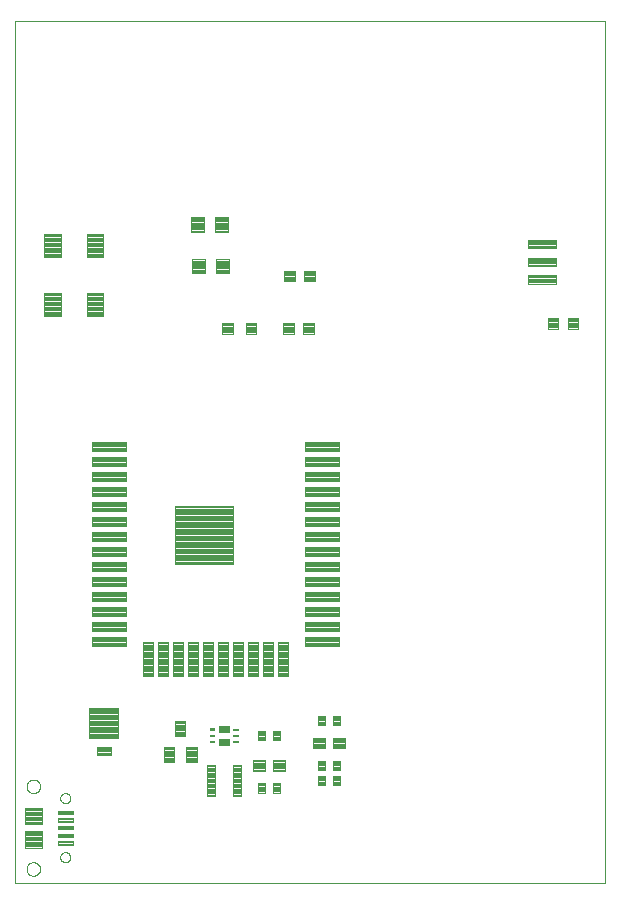
<source format=gtp>
G75*
%MOIN*%
%OFA0B0*%
%FSLAX25Y25*%
%IPPOS*%
%LPD*%
%AMOC8*
5,1,8,0,0,1.08239X$1,22.5*
%
%ADD10C,0.00000*%
%ADD11C,0.00394*%
%ADD12C,0.00413*%
%ADD13C,0.00400*%
%ADD14C,0.00404*%
%ADD15C,0.00039*%
%ADD16C,0.00409*%
%ADD17C,0.00400*%
%ADD18C,0.00390*%
%ADD19C,0.00390*%
%ADD20C,0.00378*%
D10*
X0001300Y0001300D02*
X0001300Y0288702D01*
X0198150Y0288702D01*
X0198150Y0001300D01*
X0001300Y0001300D01*
X0005228Y0006117D02*
X0005230Y0006212D01*
X0005236Y0006306D01*
X0005246Y0006401D01*
X0005260Y0006495D01*
X0005277Y0006588D01*
X0005299Y0006680D01*
X0005325Y0006771D01*
X0005354Y0006862D01*
X0005387Y0006950D01*
X0005424Y0007038D01*
X0005464Y0007124D01*
X0005508Y0007208D01*
X0005555Y0007290D01*
X0005606Y0007370D01*
X0005660Y0007448D01*
X0005718Y0007523D01*
X0005778Y0007596D01*
X0005842Y0007667D01*
X0005908Y0007735D01*
X0005977Y0007799D01*
X0006049Y0007861D01*
X0006123Y0007920D01*
X0006200Y0007976D01*
X0006279Y0008029D01*
X0006360Y0008078D01*
X0006443Y0008123D01*
X0006528Y0008166D01*
X0006615Y0008204D01*
X0006703Y0008239D01*
X0006792Y0008270D01*
X0006883Y0008298D01*
X0006975Y0008321D01*
X0007068Y0008341D01*
X0007161Y0008357D01*
X0007255Y0008369D01*
X0007350Y0008377D01*
X0007445Y0008381D01*
X0007539Y0008381D01*
X0007634Y0008377D01*
X0007729Y0008369D01*
X0007823Y0008357D01*
X0007916Y0008341D01*
X0008009Y0008321D01*
X0008101Y0008298D01*
X0008192Y0008270D01*
X0008281Y0008239D01*
X0008369Y0008204D01*
X0008456Y0008166D01*
X0008541Y0008123D01*
X0008624Y0008078D01*
X0008705Y0008029D01*
X0008784Y0007976D01*
X0008861Y0007920D01*
X0008935Y0007861D01*
X0009007Y0007799D01*
X0009076Y0007735D01*
X0009142Y0007667D01*
X0009206Y0007596D01*
X0009266Y0007523D01*
X0009324Y0007448D01*
X0009378Y0007370D01*
X0009429Y0007290D01*
X0009476Y0007208D01*
X0009520Y0007124D01*
X0009560Y0007038D01*
X0009597Y0006950D01*
X0009630Y0006862D01*
X0009659Y0006771D01*
X0009685Y0006680D01*
X0009707Y0006588D01*
X0009724Y0006495D01*
X0009738Y0006401D01*
X0009748Y0006306D01*
X0009754Y0006212D01*
X0009756Y0006117D01*
X0009754Y0006022D01*
X0009748Y0005928D01*
X0009738Y0005833D01*
X0009724Y0005739D01*
X0009707Y0005646D01*
X0009685Y0005554D01*
X0009659Y0005463D01*
X0009630Y0005372D01*
X0009597Y0005284D01*
X0009560Y0005196D01*
X0009520Y0005110D01*
X0009476Y0005026D01*
X0009429Y0004944D01*
X0009378Y0004864D01*
X0009324Y0004786D01*
X0009266Y0004711D01*
X0009206Y0004638D01*
X0009142Y0004567D01*
X0009076Y0004499D01*
X0009007Y0004435D01*
X0008935Y0004373D01*
X0008861Y0004314D01*
X0008784Y0004258D01*
X0008705Y0004205D01*
X0008624Y0004156D01*
X0008541Y0004111D01*
X0008456Y0004068D01*
X0008369Y0004030D01*
X0008281Y0003995D01*
X0008192Y0003964D01*
X0008101Y0003936D01*
X0008009Y0003913D01*
X0007916Y0003893D01*
X0007823Y0003877D01*
X0007729Y0003865D01*
X0007634Y0003857D01*
X0007539Y0003853D01*
X0007445Y0003853D01*
X0007350Y0003857D01*
X0007255Y0003865D01*
X0007161Y0003877D01*
X0007068Y0003893D01*
X0006975Y0003913D01*
X0006883Y0003936D01*
X0006792Y0003964D01*
X0006703Y0003995D01*
X0006615Y0004030D01*
X0006528Y0004068D01*
X0006443Y0004111D01*
X0006360Y0004156D01*
X0006279Y0004205D01*
X0006200Y0004258D01*
X0006123Y0004314D01*
X0006049Y0004373D01*
X0005977Y0004435D01*
X0005908Y0004499D01*
X0005842Y0004567D01*
X0005778Y0004638D01*
X0005718Y0004711D01*
X0005660Y0004786D01*
X0005606Y0004864D01*
X0005555Y0004944D01*
X0005508Y0005026D01*
X0005464Y0005110D01*
X0005424Y0005196D01*
X0005387Y0005284D01*
X0005354Y0005372D01*
X0005325Y0005463D01*
X0005299Y0005554D01*
X0005277Y0005646D01*
X0005260Y0005739D01*
X0005246Y0005833D01*
X0005236Y0005928D01*
X0005230Y0006022D01*
X0005228Y0006117D01*
X0016449Y0010054D02*
X0016451Y0010135D01*
X0016457Y0010217D01*
X0016467Y0010298D01*
X0016481Y0010378D01*
X0016498Y0010457D01*
X0016520Y0010536D01*
X0016545Y0010613D01*
X0016574Y0010690D01*
X0016607Y0010764D01*
X0016644Y0010837D01*
X0016683Y0010908D01*
X0016727Y0010977D01*
X0016773Y0011044D01*
X0016823Y0011108D01*
X0016876Y0011170D01*
X0016932Y0011230D01*
X0016990Y0011286D01*
X0017052Y0011340D01*
X0017116Y0011391D01*
X0017182Y0011438D01*
X0017250Y0011482D01*
X0017321Y0011523D01*
X0017393Y0011560D01*
X0017468Y0011594D01*
X0017543Y0011624D01*
X0017621Y0011650D01*
X0017699Y0011673D01*
X0017778Y0011691D01*
X0017858Y0011706D01*
X0017939Y0011717D01*
X0018020Y0011724D01*
X0018102Y0011727D01*
X0018183Y0011726D01*
X0018264Y0011721D01*
X0018345Y0011712D01*
X0018426Y0011699D01*
X0018506Y0011682D01*
X0018584Y0011662D01*
X0018662Y0011637D01*
X0018739Y0011609D01*
X0018814Y0011577D01*
X0018887Y0011542D01*
X0018958Y0011503D01*
X0019028Y0011460D01*
X0019095Y0011415D01*
X0019161Y0011366D01*
X0019223Y0011314D01*
X0019283Y0011258D01*
X0019340Y0011200D01*
X0019395Y0011140D01*
X0019446Y0011076D01*
X0019494Y0011011D01*
X0019539Y0010943D01*
X0019581Y0010873D01*
X0019619Y0010801D01*
X0019654Y0010727D01*
X0019685Y0010652D01*
X0019712Y0010575D01*
X0019735Y0010497D01*
X0019755Y0010418D01*
X0019771Y0010338D01*
X0019783Y0010257D01*
X0019791Y0010176D01*
X0019795Y0010095D01*
X0019795Y0010013D01*
X0019791Y0009932D01*
X0019783Y0009851D01*
X0019771Y0009770D01*
X0019755Y0009690D01*
X0019735Y0009611D01*
X0019712Y0009533D01*
X0019685Y0009456D01*
X0019654Y0009381D01*
X0019619Y0009307D01*
X0019581Y0009235D01*
X0019539Y0009165D01*
X0019494Y0009097D01*
X0019446Y0009032D01*
X0019395Y0008968D01*
X0019340Y0008908D01*
X0019283Y0008850D01*
X0019223Y0008794D01*
X0019161Y0008742D01*
X0019095Y0008693D01*
X0019028Y0008648D01*
X0018959Y0008605D01*
X0018887Y0008566D01*
X0018814Y0008531D01*
X0018739Y0008499D01*
X0018662Y0008471D01*
X0018584Y0008446D01*
X0018506Y0008426D01*
X0018426Y0008409D01*
X0018345Y0008396D01*
X0018264Y0008387D01*
X0018183Y0008382D01*
X0018102Y0008381D01*
X0018020Y0008384D01*
X0017939Y0008391D01*
X0017858Y0008402D01*
X0017778Y0008417D01*
X0017699Y0008435D01*
X0017621Y0008458D01*
X0017543Y0008484D01*
X0017468Y0008514D01*
X0017393Y0008548D01*
X0017321Y0008585D01*
X0017250Y0008626D01*
X0017182Y0008670D01*
X0017116Y0008717D01*
X0017052Y0008768D01*
X0016990Y0008822D01*
X0016932Y0008878D01*
X0016876Y0008938D01*
X0016823Y0009000D01*
X0016773Y0009064D01*
X0016727Y0009131D01*
X0016683Y0009200D01*
X0016644Y0009271D01*
X0016607Y0009344D01*
X0016574Y0009418D01*
X0016545Y0009495D01*
X0016520Y0009572D01*
X0016498Y0009651D01*
X0016481Y0009730D01*
X0016467Y0009810D01*
X0016457Y0009891D01*
X0016451Y0009973D01*
X0016449Y0010054D01*
X0016449Y0029739D02*
X0016451Y0029820D01*
X0016457Y0029902D01*
X0016467Y0029983D01*
X0016481Y0030063D01*
X0016498Y0030142D01*
X0016520Y0030221D01*
X0016545Y0030298D01*
X0016574Y0030375D01*
X0016607Y0030449D01*
X0016644Y0030522D01*
X0016683Y0030593D01*
X0016727Y0030662D01*
X0016773Y0030729D01*
X0016823Y0030793D01*
X0016876Y0030855D01*
X0016932Y0030915D01*
X0016990Y0030971D01*
X0017052Y0031025D01*
X0017116Y0031076D01*
X0017182Y0031123D01*
X0017250Y0031167D01*
X0017321Y0031208D01*
X0017393Y0031245D01*
X0017468Y0031279D01*
X0017543Y0031309D01*
X0017621Y0031335D01*
X0017699Y0031358D01*
X0017778Y0031376D01*
X0017858Y0031391D01*
X0017939Y0031402D01*
X0018020Y0031409D01*
X0018102Y0031412D01*
X0018183Y0031411D01*
X0018264Y0031406D01*
X0018345Y0031397D01*
X0018426Y0031384D01*
X0018506Y0031367D01*
X0018584Y0031347D01*
X0018662Y0031322D01*
X0018739Y0031294D01*
X0018814Y0031262D01*
X0018887Y0031227D01*
X0018958Y0031188D01*
X0019028Y0031145D01*
X0019095Y0031100D01*
X0019161Y0031051D01*
X0019223Y0030999D01*
X0019283Y0030943D01*
X0019340Y0030885D01*
X0019395Y0030825D01*
X0019446Y0030761D01*
X0019494Y0030696D01*
X0019539Y0030628D01*
X0019581Y0030558D01*
X0019619Y0030486D01*
X0019654Y0030412D01*
X0019685Y0030337D01*
X0019712Y0030260D01*
X0019735Y0030182D01*
X0019755Y0030103D01*
X0019771Y0030023D01*
X0019783Y0029942D01*
X0019791Y0029861D01*
X0019795Y0029780D01*
X0019795Y0029698D01*
X0019791Y0029617D01*
X0019783Y0029536D01*
X0019771Y0029455D01*
X0019755Y0029375D01*
X0019735Y0029296D01*
X0019712Y0029218D01*
X0019685Y0029141D01*
X0019654Y0029066D01*
X0019619Y0028992D01*
X0019581Y0028920D01*
X0019539Y0028850D01*
X0019494Y0028782D01*
X0019446Y0028717D01*
X0019395Y0028653D01*
X0019340Y0028593D01*
X0019283Y0028535D01*
X0019223Y0028479D01*
X0019161Y0028427D01*
X0019095Y0028378D01*
X0019028Y0028333D01*
X0018959Y0028290D01*
X0018887Y0028251D01*
X0018814Y0028216D01*
X0018739Y0028184D01*
X0018662Y0028156D01*
X0018584Y0028131D01*
X0018506Y0028111D01*
X0018426Y0028094D01*
X0018345Y0028081D01*
X0018264Y0028072D01*
X0018183Y0028067D01*
X0018102Y0028066D01*
X0018020Y0028069D01*
X0017939Y0028076D01*
X0017858Y0028087D01*
X0017778Y0028102D01*
X0017699Y0028120D01*
X0017621Y0028143D01*
X0017543Y0028169D01*
X0017468Y0028199D01*
X0017393Y0028233D01*
X0017321Y0028270D01*
X0017250Y0028311D01*
X0017182Y0028355D01*
X0017116Y0028402D01*
X0017052Y0028453D01*
X0016990Y0028507D01*
X0016932Y0028563D01*
X0016876Y0028623D01*
X0016823Y0028685D01*
X0016773Y0028749D01*
X0016727Y0028816D01*
X0016683Y0028885D01*
X0016644Y0028956D01*
X0016607Y0029029D01*
X0016574Y0029103D01*
X0016545Y0029180D01*
X0016520Y0029257D01*
X0016498Y0029336D01*
X0016481Y0029415D01*
X0016467Y0029495D01*
X0016457Y0029576D01*
X0016451Y0029658D01*
X0016449Y0029739D01*
X0005228Y0033676D02*
X0005230Y0033771D01*
X0005236Y0033865D01*
X0005246Y0033960D01*
X0005260Y0034054D01*
X0005277Y0034147D01*
X0005299Y0034239D01*
X0005325Y0034330D01*
X0005354Y0034421D01*
X0005387Y0034509D01*
X0005424Y0034597D01*
X0005464Y0034683D01*
X0005508Y0034767D01*
X0005555Y0034849D01*
X0005606Y0034929D01*
X0005660Y0035007D01*
X0005718Y0035082D01*
X0005778Y0035155D01*
X0005842Y0035226D01*
X0005908Y0035294D01*
X0005977Y0035358D01*
X0006049Y0035420D01*
X0006123Y0035479D01*
X0006200Y0035535D01*
X0006279Y0035588D01*
X0006360Y0035637D01*
X0006443Y0035682D01*
X0006528Y0035725D01*
X0006615Y0035763D01*
X0006703Y0035798D01*
X0006792Y0035829D01*
X0006883Y0035857D01*
X0006975Y0035880D01*
X0007068Y0035900D01*
X0007161Y0035916D01*
X0007255Y0035928D01*
X0007350Y0035936D01*
X0007445Y0035940D01*
X0007539Y0035940D01*
X0007634Y0035936D01*
X0007729Y0035928D01*
X0007823Y0035916D01*
X0007916Y0035900D01*
X0008009Y0035880D01*
X0008101Y0035857D01*
X0008192Y0035829D01*
X0008281Y0035798D01*
X0008369Y0035763D01*
X0008456Y0035725D01*
X0008541Y0035682D01*
X0008624Y0035637D01*
X0008705Y0035588D01*
X0008784Y0035535D01*
X0008861Y0035479D01*
X0008935Y0035420D01*
X0009007Y0035358D01*
X0009076Y0035294D01*
X0009142Y0035226D01*
X0009206Y0035155D01*
X0009266Y0035082D01*
X0009324Y0035007D01*
X0009378Y0034929D01*
X0009429Y0034849D01*
X0009476Y0034767D01*
X0009520Y0034683D01*
X0009560Y0034597D01*
X0009597Y0034509D01*
X0009630Y0034421D01*
X0009659Y0034330D01*
X0009685Y0034239D01*
X0009707Y0034147D01*
X0009724Y0034054D01*
X0009738Y0033960D01*
X0009748Y0033865D01*
X0009754Y0033771D01*
X0009756Y0033676D01*
X0009754Y0033581D01*
X0009748Y0033487D01*
X0009738Y0033392D01*
X0009724Y0033298D01*
X0009707Y0033205D01*
X0009685Y0033113D01*
X0009659Y0033022D01*
X0009630Y0032931D01*
X0009597Y0032843D01*
X0009560Y0032755D01*
X0009520Y0032669D01*
X0009476Y0032585D01*
X0009429Y0032503D01*
X0009378Y0032423D01*
X0009324Y0032345D01*
X0009266Y0032270D01*
X0009206Y0032197D01*
X0009142Y0032126D01*
X0009076Y0032058D01*
X0009007Y0031994D01*
X0008935Y0031932D01*
X0008861Y0031873D01*
X0008784Y0031817D01*
X0008705Y0031764D01*
X0008624Y0031715D01*
X0008541Y0031670D01*
X0008456Y0031627D01*
X0008369Y0031589D01*
X0008281Y0031554D01*
X0008192Y0031523D01*
X0008101Y0031495D01*
X0008009Y0031472D01*
X0007916Y0031452D01*
X0007823Y0031436D01*
X0007729Y0031424D01*
X0007634Y0031416D01*
X0007539Y0031412D01*
X0007445Y0031412D01*
X0007350Y0031416D01*
X0007255Y0031424D01*
X0007161Y0031436D01*
X0007068Y0031452D01*
X0006975Y0031472D01*
X0006883Y0031495D01*
X0006792Y0031523D01*
X0006703Y0031554D01*
X0006615Y0031589D01*
X0006528Y0031627D01*
X0006443Y0031670D01*
X0006360Y0031715D01*
X0006279Y0031764D01*
X0006200Y0031817D01*
X0006123Y0031873D01*
X0006049Y0031932D01*
X0005977Y0031994D01*
X0005908Y0032058D01*
X0005842Y0032126D01*
X0005778Y0032197D01*
X0005718Y0032270D01*
X0005660Y0032345D01*
X0005606Y0032423D01*
X0005555Y0032503D01*
X0005508Y0032585D01*
X0005464Y0032669D01*
X0005424Y0032755D01*
X0005387Y0032843D01*
X0005354Y0032931D01*
X0005325Y0033022D01*
X0005299Y0033113D01*
X0005277Y0033205D01*
X0005260Y0033298D01*
X0005246Y0033392D01*
X0005236Y0033487D01*
X0005230Y0033581D01*
X0005228Y0033676D01*
D11*
X0015662Y0025605D02*
X0015662Y0024425D01*
X0015662Y0025605D02*
X0020582Y0025605D01*
X0020582Y0024425D01*
X0015662Y0024425D01*
X0015662Y0024818D02*
X0020582Y0024818D01*
X0020582Y0025211D02*
X0015662Y0025211D01*
X0015662Y0025604D02*
X0020582Y0025604D01*
X0015662Y0023046D02*
X0015662Y0021866D01*
X0015662Y0023046D02*
X0020582Y0023046D01*
X0020582Y0021866D01*
X0015662Y0021866D01*
X0015662Y0022259D02*
X0020582Y0022259D01*
X0020582Y0022652D02*
X0015662Y0022652D01*
X0015662Y0023045D02*
X0020582Y0023045D01*
X0015662Y0020487D02*
X0015662Y0019307D01*
X0015662Y0020487D02*
X0020582Y0020487D01*
X0020582Y0019307D01*
X0015662Y0019307D01*
X0015662Y0019700D02*
X0020582Y0019700D01*
X0020582Y0020093D02*
X0015662Y0020093D01*
X0015662Y0020486D02*
X0020582Y0020486D01*
X0015662Y0017928D02*
X0015662Y0016748D01*
X0015662Y0017928D02*
X0020582Y0017928D01*
X0020582Y0016748D01*
X0015662Y0016748D01*
X0015662Y0017141D02*
X0020582Y0017141D01*
X0020582Y0017534D02*
X0015662Y0017534D01*
X0015662Y0017927D02*
X0020582Y0017927D01*
X0015662Y0015369D02*
X0015662Y0014189D01*
X0015662Y0015369D02*
X0020582Y0015369D01*
X0020582Y0014189D01*
X0015662Y0014189D01*
X0015662Y0014582D02*
X0020582Y0014582D01*
X0020582Y0014975D02*
X0015662Y0014975D01*
X0015662Y0015368D02*
X0020582Y0015368D01*
X0050907Y0041654D02*
X0054449Y0041654D01*
X0050907Y0041654D02*
X0050907Y0046772D01*
X0054449Y0046772D01*
X0054449Y0041654D01*
X0054449Y0042047D02*
X0050907Y0042047D01*
X0050907Y0042440D02*
X0054449Y0042440D01*
X0054449Y0042833D02*
X0050907Y0042833D01*
X0050907Y0043226D02*
X0054449Y0043226D01*
X0054449Y0043619D02*
X0050907Y0043619D01*
X0050907Y0044012D02*
X0054449Y0044012D01*
X0054449Y0044405D02*
X0050907Y0044405D01*
X0050907Y0044798D02*
X0054449Y0044798D01*
X0054449Y0045191D02*
X0050907Y0045191D01*
X0050907Y0045584D02*
X0054449Y0045584D01*
X0054449Y0045977D02*
X0050907Y0045977D01*
X0050907Y0046370D02*
X0054449Y0046370D01*
X0054449Y0046763D02*
X0050907Y0046763D01*
X0054647Y0050316D02*
X0058189Y0050316D01*
X0054647Y0050316D02*
X0054647Y0055434D01*
X0058189Y0055434D01*
X0058189Y0050316D01*
X0058189Y0050709D02*
X0054647Y0050709D01*
X0054647Y0051102D02*
X0058189Y0051102D01*
X0058189Y0051495D02*
X0054647Y0051495D01*
X0054647Y0051888D02*
X0058189Y0051888D01*
X0058189Y0052281D02*
X0054647Y0052281D01*
X0054647Y0052674D02*
X0058189Y0052674D01*
X0058189Y0053067D02*
X0054647Y0053067D01*
X0054647Y0053460D02*
X0058189Y0053460D01*
X0058189Y0053853D02*
X0054647Y0053853D01*
X0054647Y0054246D02*
X0058189Y0054246D01*
X0058189Y0054639D02*
X0054647Y0054639D01*
X0054647Y0055032D02*
X0058189Y0055032D01*
X0058189Y0055425D02*
X0054647Y0055425D01*
X0058387Y0041654D02*
X0061929Y0041654D01*
X0058387Y0041654D02*
X0058387Y0046772D01*
X0061929Y0046772D01*
X0061929Y0041654D01*
X0061929Y0042047D02*
X0058387Y0042047D01*
X0058387Y0042440D02*
X0061929Y0042440D01*
X0061929Y0042833D02*
X0058387Y0042833D01*
X0058387Y0043226D02*
X0061929Y0043226D01*
X0061929Y0043619D02*
X0058387Y0043619D01*
X0058387Y0044012D02*
X0061929Y0044012D01*
X0061929Y0044405D02*
X0058387Y0044405D01*
X0058387Y0044798D02*
X0061929Y0044798D01*
X0061929Y0045191D02*
X0058387Y0045191D01*
X0058387Y0045584D02*
X0061929Y0045584D01*
X0061929Y0045977D02*
X0058387Y0045977D01*
X0058387Y0046370D02*
X0061929Y0046370D01*
X0061929Y0046763D02*
X0058387Y0046763D01*
X0080708Y0038833D02*
X0084644Y0038833D01*
X0080708Y0038833D02*
X0080708Y0042375D01*
X0084644Y0042375D01*
X0084644Y0038833D01*
X0084644Y0039226D02*
X0080708Y0039226D01*
X0080708Y0039619D02*
X0084644Y0039619D01*
X0084644Y0040012D02*
X0080708Y0040012D01*
X0080708Y0040405D02*
X0084644Y0040405D01*
X0084644Y0040798D02*
X0080708Y0040798D01*
X0080708Y0041191D02*
X0084644Y0041191D01*
X0084644Y0041584D02*
X0080708Y0041584D01*
X0080708Y0041977D02*
X0084644Y0041977D01*
X0084644Y0042370D02*
X0080708Y0042370D01*
X0087401Y0038833D02*
X0091337Y0038833D01*
X0087401Y0038833D02*
X0087401Y0042375D01*
X0091337Y0042375D01*
X0091337Y0038833D01*
X0091337Y0039226D02*
X0087401Y0039226D01*
X0087401Y0039619D02*
X0091337Y0039619D01*
X0091337Y0040012D02*
X0087401Y0040012D01*
X0087401Y0040405D02*
X0091337Y0040405D01*
X0091337Y0040798D02*
X0087401Y0040798D01*
X0087401Y0041191D02*
X0091337Y0041191D01*
X0091337Y0041584D02*
X0087401Y0041584D01*
X0087401Y0041977D02*
X0091337Y0041977D01*
X0091337Y0042370D02*
X0087401Y0042370D01*
X0100708Y0046333D02*
X0104644Y0046333D01*
X0100708Y0046333D02*
X0100708Y0049875D01*
X0104644Y0049875D01*
X0104644Y0046333D01*
X0104644Y0046726D02*
X0100708Y0046726D01*
X0100708Y0047119D02*
X0104644Y0047119D01*
X0104644Y0047512D02*
X0100708Y0047512D01*
X0100708Y0047905D02*
X0104644Y0047905D01*
X0104644Y0048298D02*
X0100708Y0048298D01*
X0100708Y0048691D02*
X0104644Y0048691D01*
X0104644Y0049084D02*
X0100708Y0049084D01*
X0100708Y0049477D02*
X0104644Y0049477D01*
X0104644Y0049870D02*
X0100708Y0049870D01*
X0107401Y0046333D02*
X0111337Y0046333D01*
X0107401Y0046333D02*
X0107401Y0049875D01*
X0111337Y0049875D01*
X0111337Y0046333D01*
X0111337Y0046726D02*
X0107401Y0046726D01*
X0107401Y0047119D02*
X0111337Y0047119D01*
X0111337Y0047512D02*
X0107401Y0047512D01*
X0107401Y0047905D02*
X0111337Y0047905D01*
X0111337Y0048298D02*
X0107401Y0048298D01*
X0107401Y0048691D02*
X0111337Y0048691D01*
X0111337Y0049084D02*
X0107401Y0049084D01*
X0107401Y0049477D02*
X0111337Y0049477D01*
X0111337Y0049870D02*
X0107401Y0049870D01*
X0073937Y0107797D02*
X0054647Y0107797D01*
X0054647Y0127087D01*
X0073937Y0127087D01*
X0073937Y0107797D01*
X0073937Y0108190D02*
X0054647Y0108190D01*
X0054647Y0108583D02*
X0073937Y0108583D01*
X0073937Y0108976D02*
X0054647Y0108976D01*
X0054647Y0109369D02*
X0073937Y0109369D01*
X0073937Y0109762D02*
X0054647Y0109762D01*
X0054647Y0110155D02*
X0073937Y0110155D01*
X0073937Y0110548D02*
X0054647Y0110548D01*
X0054647Y0110941D02*
X0073937Y0110941D01*
X0073937Y0111334D02*
X0054647Y0111334D01*
X0054647Y0111727D02*
X0073937Y0111727D01*
X0073937Y0112120D02*
X0054647Y0112120D01*
X0054647Y0112513D02*
X0073937Y0112513D01*
X0073937Y0112906D02*
X0054647Y0112906D01*
X0054647Y0113299D02*
X0073937Y0113299D01*
X0073937Y0113692D02*
X0054647Y0113692D01*
X0054647Y0114085D02*
X0073937Y0114085D01*
X0073937Y0114478D02*
X0054647Y0114478D01*
X0054647Y0114871D02*
X0073937Y0114871D01*
X0073937Y0115264D02*
X0054647Y0115264D01*
X0054647Y0115657D02*
X0073937Y0115657D01*
X0073937Y0116050D02*
X0054647Y0116050D01*
X0054647Y0116443D02*
X0073937Y0116443D01*
X0073937Y0116836D02*
X0054647Y0116836D01*
X0054647Y0117229D02*
X0073937Y0117229D01*
X0073937Y0117622D02*
X0054647Y0117622D01*
X0054647Y0118015D02*
X0073937Y0118015D01*
X0073937Y0118408D02*
X0054647Y0118408D01*
X0054647Y0118801D02*
X0073937Y0118801D01*
X0073937Y0119194D02*
X0054647Y0119194D01*
X0054647Y0119587D02*
X0073937Y0119587D01*
X0073937Y0119980D02*
X0054647Y0119980D01*
X0054647Y0120373D02*
X0073937Y0120373D01*
X0073937Y0120766D02*
X0054647Y0120766D01*
X0054647Y0121159D02*
X0073937Y0121159D01*
X0073937Y0121552D02*
X0054647Y0121552D01*
X0054647Y0121945D02*
X0073937Y0121945D01*
X0073937Y0122338D02*
X0054647Y0122338D01*
X0054647Y0122731D02*
X0073937Y0122731D01*
X0073937Y0123124D02*
X0054647Y0123124D01*
X0054647Y0123517D02*
X0073937Y0123517D01*
X0073937Y0123910D02*
X0054647Y0123910D01*
X0054647Y0124303D02*
X0073937Y0124303D01*
X0073937Y0124696D02*
X0054647Y0124696D01*
X0054647Y0125089D02*
X0073937Y0125089D01*
X0073937Y0125482D02*
X0054647Y0125482D01*
X0054647Y0125875D02*
X0073937Y0125875D01*
X0073937Y0126268D02*
X0054647Y0126268D01*
X0054647Y0126661D02*
X0073937Y0126661D01*
X0073937Y0127054D02*
X0054647Y0127054D01*
X0070395Y0184568D02*
X0073937Y0184568D01*
X0070395Y0184568D02*
X0070395Y0188110D01*
X0073937Y0188110D01*
X0073937Y0184568D01*
X0073937Y0184961D02*
X0070395Y0184961D01*
X0070395Y0185354D02*
X0073937Y0185354D01*
X0073937Y0185747D02*
X0070395Y0185747D01*
X0070395Y0186140D02*
X0073937Y0186140D01*
X0073937Y0186533D02*
X0070395Y0186533D01*
X0070395Y0186926D02*
X0073937Y0186926D01*
X0073937Y0187319D02*
X0070395Y0187319D01*
X0070395Y0187712D02*
X0073937Y0187712D01*
X0073937Y0188105D02*
X0070395Y0188105D01*
X0078269Y0184568D02*
X0081811Y0184568D01*
X0078269Y0184568D02*
X0078269Y0188110D01*
X0081811Y0188110D01*
X0081811Y0184568D01*
X0081811Y0184961D02*
X0078269Y0184961D01*
X0078269Y0185354D02*
X0081811Y0185354D01*
X0081811Y0185747D02*
X0078269Y0185747D01*
X0078269Y0186140D02*
X0081811Y0186140D01*
X0081811Y0186533D02*
X0078269Y0186533D01*
X0078269Y0186926D02*
X0081811Y0186926D01*
X0081811Y0187319D02*
X0078269Y0187319D01*
X0078269Y0187712D02*
X0081811Y0187712D01*
X0081811Y0188105D02*
X0078269Y0188105D01*
X0090671Y0184568D02*
X0094213Y0184568D01*
X0090671Y0184568D02*
X0090671Y0188110D01*
X0094213Y0188110D01*
X0094213Y0184568D01*
X0094213Y0184961D02*
X0090671Y0184961D01*
X0090671Y0185354D02*
X0094213Y0185354D01*
X0094213Y0185747D02*
X0090671Y0185747D01*
X0090671Y0186140D02*
X0094213Y0186140D01*
X0094213Y0186533D02*
X0090671Y0186533D01*
X0090671Y0186926D02*
X0094213Y0186926D01*
X0094213Y0187319D02*
X0090671Y0187319D01*
X0090671Y0187712D02*
X0094213Y0187712D01*
X0094213Y0188105D02*
X0090671Y0188105D01*
X0097364Y0184568D02*
X0100906Y0184568D01*
X0097364Y0184568D02*
X0097364Y0188110D01*
X0100906Y0188110D01*
X0100906Y0184568D01*
X0100906Y0184961D02*
X0097364Y0184961D01*
X0097364Y0185354D02*
X0100906Y0185354D01*
X0100906Y0185747D02*
X0097364Y0185747D01*
X0097364Y0186140D02*
X0100906Y0186140D01*
X0100906Y0186533D02*
X0097364Y0186533D01*
X0097364Y0186926D02*
X0100906Y0186926D01*
X0100906Y0187319D02*
X0097364Y0187319D01*
X0097364Y0187712D02*
X0100906Y0187712D01*
X0100906Y0188105D02*
X0097364Y0188105D01*
X0097764Y0202016D02*
X0101306Y0202016D01*
X0097764Y0202016D02*
X0097764Y0205558D01*
X0101306Y0205558D01*
X0101306Y0202016D01*
X0101306Y0202409D02*
X0097764Y0202409D01*
X0097764Y0202802D02*
X0101306Y0202802D01*
X0101306Y0203195D02*
X0097764Y0203195D01*
X0097764Y0203588D02*
X0101306Y0203588D01*
X0101306Y0203981D02*
X0097764Y0203981D01*
X0097764Y0204374D02*
X0101306Y0204374D01*
X0101306Y0204767D02*
X0097764Y0204767D01*
X0097764Y0205160D02*
X0101306Y0205160D01*
X0101306Y0205553D02*
X0097764Y0205553D01*
X0094613Y0202016D02*
X0091071Y0202016D01*
X0091071Y0205558D01*
X0094613Y0205558D01*
X0094613Y0202016D01*
X0094613Y0202409D02*
X0091071Y0202409D01*
X0091071Y0202802D02*
X0094613Y0202802D01*
X0094613Y0203195D02*
X0091071Y0203195D01*
X0091071Y0203588D02*
X0094613Y0203588D01*
X0094613Y0203981D02*
X0091071Y0203981D01*
X0091071Y0204374D02*
X0094613Y0204374D01*
X0094613Y0204767D02*
X0091071Y0204767D01*
X0091071Y0205160D02*
X0094613Y0205160D01*
X0094613Y0205553D02*
X0091071Y0205553D01*
X0178933Y0189811D02*
X0182475Y0189811D01*
X0182475Y0186269D01*
X0178933Y0186269D01*
X0178933Y0189811D01*
X0178933Y0186662D02*
X0182475Y0186662D01*
X0182475Y0187055D02*
X0178933Y0187055D01*
X0178933Y0187448D02*
X0182475Y0187448D01*
X0182475Y0187841D02*
X0178933Y0187841D01*
X0178933Y0188234D02*
X0182475Y0188234D01*
X0182475Y0188627D02*
X0178933Y0188627D01*
X0178933Y0189020D02*
X0182475Y0189020D01*
X0182475Y0189413D02*
X0178933Y0189413D01*
X0178933Y0189806D02*
X0182475Y0189806D01*
X0185626Y0189811D02*
X0189168Y0189811D01*
X0189168Y0186269D01*
X0185626Y0186269D01*
X0185626Y0189811D01*
X0185626Y0186662D02*
X0189168Y0186662D01*
X0189168Y0187055D02*
X0185626Y0187055D01*
X0185626Y0187448D02*
X0189168Y0187448D01*
X0189168Y0187841D02*
X0185626Y0187841D01*
X0185626Y0188234D02*
X0189168Y0188234D01*
X0189168Y0188627D02*
X0185626Y0188627D01*
X0185626Y0189020D02*
X0189168Y0189020D01*
X0189168Y0189413D02*
X0185626Y0189413D01*
X0185626Y0189806D02*
X0189168Y0189806D01*
D12*
X0109753Y0054039D02*
X0107409Y0054039D01*
X0107409Y0057169D01*
X0109753Y0057169D01*
X0109753Y0054039D01*
X0109753Y0054451D02*
X0107409Y0054451D01*
X0107409Y0054863D02*
X0109753Y0054863D01*
X0109753Y0055275D02*
X0107409Y0055275D01*
X0107409Y0055687D02*
X0109753Y0055687D01*
X0109753Y0056099D02*
X0107409Y0056099D01*
X0107409Y0056511D02*
X0109753Y0056511D01*
X0109753Y0056923D02*
X0107409Y0056923D01*
X0104635Y0054039D02*
X0102291Y0054039D01*
X0102291Y0057169D01*
X0104635Y0057169D01*
X0104635Y0054039D01*
X0104635Y0054451D02*
X0102291Y0054451D01*
X0102291Y0054863D02*
X0104635Y0054863D01*
X0104635Y0055275D02*
X0102291Y0055275D01*
X0102291Y0055687D02*
X0104635Y0055687D01*
X0104635Y0056099D02*
X0102291Y0056099D01*
X0102291Y0056511D02*
X0104635Y0056511D01*
X0104635Y0056923D02*
X0102291Y0056923D01*
X0102291Y0039039D02*
X0104635Y0039039D01*
X0102291Y0039039D02*
X0102291Y0042169D01*
X0104635Y0042169D01*
X0104635Y0039039D01*
X0104635Y0039451D02*
X0102291Y0039451D01*
X0102291Y0039863D02*
X0104635Y0039863D01*
X0104635Y0040275D02*
X0102291Y0040275D01*
X0102291Y0040687D02*
X0104635Y0040687D01*
X0104635Y0041099D02*
X0102291Y0041099D01*
X0102291Y0041511D02*
X0104635Y0041511D01*
X0104635Y0041923D02*
X0102291Y0041923D01*
X0102291Y0034039D02*
X0104635Y0034039D01*
X0102291Y0034039D02*
X0102291Y0037169D01*
X0104635Y0037169D01*
X0104635Y0034039D01*
X0104635Y0034451D02*
X0102291Y0034451D01*
X0102291Y0034863D02*
X0104635Y0034863D01*
X0104635Y0035275D02*
X0102291Y0035275D01*
X0102291Y0035687D02*
X0104635Y0035687D01*
X0104635Y0036099D02*
X0102291Y0036099D01*
X0102291Y0036511D02*
X0104635Y0036511D01*
X0104635Y0036923D02*
X0102291Y0036923D01*
X0107409Y0034039D02*
X0109753Y0034039D01*
X0107409Y0034039D02*
X0107409Y0037169D01*
X0109753Y0037169D01*
X0109753Y0034039D01*
X0109753Y0034451D02*
X0107409Y0034451D01*
X0107409Y0034863D02*
X0109753Y0034863D01*
X0109753Y0035275D02*
X0107409Y0035275D01*
X0107409Y0035687D02*
X0109753Y0035687D01*
X0109753Y0036099D02*
X0107409Y0036099D01*
X0107409Y0036511D02*
X0109753Y0036511D01*
X0109753Y0036923D02*
X0107409Y0036923D01*
X0107409Y0039039D02*
X0109753Y0039039D01*
X0107409Y0039039D02*
X0107409Y0042169D01*
X0109753Y0042169D01*
X0109753Y0039039D01*
X0109753Y0039451D02*
X0107409Y0039451D01*
X0107409Y0039863D02*
X0109753Y0039863D01*
X0109753Y0040275D02*
X0107409Y0040275D01*
X0107409Y0040687D02*
X0109753Y0040687D01*
X0109753Y0041099D02*
X0107409Y0041099D01*
X0107409Y0041511D02*
X0109753Y0041511D01*
X0109753Y0041923D02*
X0107409Y0041923D01*
X0089753Y0049039D02*
X0087409Y0049039D01*
X0087409Y0052169D01*
X0089753Y0052169D01*
X0089753Y0049039D01*
X0089753Y0049451D02*
X0087409Y0049451D01*
X0087409Y0049863D02*
X0089753Y0049863D01*
X0089753Y0050275D02*
X0087409Y0050275D01*
X0087409Y0050687D02*
X0089753Y0050687D01*
X0089753Y0051099D02*
X0087409Y0051099D01*
X0087409Y0051511D02*
X0089753Y0051511D01*
X0089753Y0051923D02*
X0087409Y0051923D01*
X0084635Y0049039D02*
X0082291Y0049039D01*
X0082291Y0052169D01*
X0084635Y0052169D01*
X0084635Y0049039D01*
X0084635Y0049451D02*
X0082291Y0049451D01*
X0082291Y0049863D02*
X0084635Y0049863D01*
X0084635Y0050275D02*
X0082291Y0050275D01*
X0082291Y0050687D02*
X0084635Y0050687D01*
X0084635Y0051099D02*
X0082291Y0051099D01*
X0082291Y0051511D02*
X0084635Y0051511D01*
X0084635Y0051923D02*
X0082291Y0051923D01*
X0082291Y0031539D02*
X0084635Y0031539D01*
X0082291Y0031539D02*
X0082291Y0034669D01*
X0084635Y0034669D01*
X0084635Y0031539D01*
X0084635Y0031951D02*
X0082291Y0031951D01*
X0082291Y0032363D02*
X0084635Y0032363D01*
X0084635Y0032775D02*
X0082291Y0032775D01*
X0082291Y0033187D02*
X0084635Y0033187D01*
X0084635Y0033599D02*
X0082291Y0033599D01*
X0082291Y0034011D02*
X0084635Y0034011D01*
X0084635Y0034423D02*
X0082291Y0034423D01*
X0087409Y0031539D02*
X0089753Y0031539D01*
X0087409Y0031539D02*
X0087409Y0034669D01*
X0089753Y0034669D01*
X0089753Y0031539D01*
X0089753Y0031951D02*
X0087409Y0031951D01*
X0087409Y0032363D02*
X0089753Y0032363D01*
X0089753Y0032775D02*
X0087409Y0032775D01*
X0087409Y0033187D02*
X0089753Y0033187D01*
X0089753Y0033599D02*
X0087409Y0033599D01*
X0087409Y0034011D02*
X0089753Y0034011D01*
X0089753Y0034423D02*
X0087409Y0034423D01*
X0004647Y0026581D02*
X0004647Y0021087D01*
X0004647Y0026581D02*
X0010337Y0026581D01*
X0010337Y0021087D01*
X0004647Y0021087D01*
X0004647Y0021499D02*
X0010337Y0021499D01*
X0010337Y0021911D02*
X0004647Y0021911D01*
X0004647Y0022323D02*
X0010337Y0022323D01*
X0010337Y0022735D02*
X0004647Y0022735D01*
X0004647Y0023147D02*
X0010337Y0023147D01*
X0010337Y0023559D02*
X0004647Y0023559D01*
X0004647Y0023971D02*
X0010337Y0023971D01*
X0010337Y0024383D02*
X0004647Y0024383D01*
X0004647Y0024795D02*
X0010337Y0024795D01*
X0010337Y0025207D02*
X0004647Y0025207D01*
X0004647Y0025619D02*
X0010337Y0025619D01*
X0010337Y0026031D02*
X0004647Y0026031D01*
X0004647Y0026443D02*
X0010337Y0026443D01*
X0004647Y0018707D02*
X0004647Y0013213D01*
X0004647Y0018707D02*
X0010337Y0018707D01*
X0010337Y0013213D01*
X0004647Y0013213D01*
X0004647Y0013625D02*
X0010337Y0013625D01*
X0010337Y0014037D02*
X0004647Y0014037D01*
X0004647Y0014449D02*
X0010337Y0014449D01*
X0010337Y0014861D02*
X0004647Y0014861D01*
X0004647Y0015273D02*
X0010337Y0015273D01*
X0010337Y0015685D02*
X0004647Y0015685D01*
X0004647Y0016097D02*
X0010337Y0016097D01*
X0010337Y0016509D02*
X0004647Y0016509D01*
X0004647Y0016921D02*
X0010337Y0016921D01*
X0010337Y0017333D02*
X0004647Y0017333D01*
X0004647Y0017745D02*
X0010337Y0017745D01*
X0010337Y0018157D02*
X0004647Y0018157D01*
X0004647Y0018569D02*
X0010337Y0018569D01*
X0011151Y0198141D02*
X0016645Y0198141D01*
X0016645Y0190285D01*
X0011151Y0190285D01*
X0011151Y0198141D01*
X0011151Y0190697D02*
X0016645Y0190697D01*
X0016645Y0191109D02*
X0011151Y0191109D01*
X0011151Y0191521D02*
X0016645Y0191521D01*
X0016645Y0191933D02*
X0011151Y0191933D01*
X0011151Y0192345D02*
X0016645Y0192345D01*
X0016645Y0192757D02*
X0011151Y0192757D01*
X0011151Y0193169D02*
X0016645Y0193169D01*
X0016645Y0193581D02*
X0011151Y0193581D01*
X0011151Y0193993D02*
X0016645Y0193993D01*
X0016645Y0194405D02*
X0011151Y0194405D01*
X0011151Y0194817D02*
X0016645Y0194817D01*
X0016645Y0195229D02*
X0011151Y0195229D01*
X0011151Y0195641D02*
X0016645Y0195641D01*
X0016645Y0196053D02*
X0011151Y0196053D01*
X0011151Y0196465D02*
X0016645Y0196465D01*
X0016645Y0196877D02*
X0011151Y0196877D01*
X0011151Y0197289D02*
X0016645Y0197289D01*
X0016645Y0197701D02*
X0011151Y0197701D01*
X0011151Y0198113D02*
X0016645Y0198113D01*
X0016645Y0217826D02*
X0011151Y0217826D01*
X0016645Y0217826D02*
X0016645Y0209970D01*
X0011151Y0209970D01*
X0011151Y0217826D01*
X0011151Y0210382D02*
X0016645Y0210382D01*
X0016645Y0210794D02*
X0011151Y0210794D01*
X0011151Y0211206D02*
X0016645Y0211206D01*
X0016645Y0211618D02*
X0011151Y0211618D01*
X0011151Y0212030D02*
X0016645Y0212030D01*
X0016645Y0212442D02*
X0011151Y0212442D01*
X0011151Y0212854D02*
X0016645Y0212854D01*
X0016645Y0213266D02*
X0011151Y0213266D01*
X0011151Y0213678D02*
X0016645Y0213678D01*
X0016645Y0214090D02*
X0011151Y0214090D01*
X0011151Y0214502D02*
X0016645Y0214502D01*
X0016645Y0214914D02*
X0011151Y0214914D01*
X0011151Y0215326D02*
X0016645Y0215326D01*
X0016645Y0215738D02*
X0011151Y0215738D01*
X0011151Y0216150D02*
X0016645Y0216150D01*
X0016645Y0216562D02*
X0011151Y0216562D01*
X0011151Y0216974D02*
X0016645Y0216974D01*
X0016645Y0217386D02*
X0011151Y0217386D01*
X0011151Y0217798D02*
X0016645Y0217798D01*
X0025325Y0217826D02*
X0030819Y0217826D01*
X0030819Y0209970D01*
X0025325Y0209970D01*
X0025325Y0217826D01*
X0025325Y0210382D02*
X0030819Y0210382D01*
X0030819Y0210794D02*
X0025325Y0210794D01*
X0025325Y0211206D02*
X0030819Y0211206D01*
X0030819Y0211618D02*
X0025325Y0211618D01*
X0025325Y0212030D02*
X0030819Y0212030D01*
X0030819Y0212442D02*
X0025325Y0212442D01*
X0025325Y0212854D02*
X0030819Y0212854D01*
X0030819Y0213266D02*
X0025325Y0213266D01*
X0025325Y0213678D02*
X0030819Y0213678D01*
X0030819Y0214090D02*
X0025325Y0214090D01*
X0025325Y0214502D02*
X0030819Y0214502D01*
X0030819Y0214914D02*
X0025325Y0214914D01*
X0025325Y0215326D02*
X0030819Y0215326D01*
X0030819Y0215738D02*
X0025325Y0215738D01*
X0025325Y0216150D02*
X0030819Y0216150D01*
X0030819Y0216562D02*
X0025325Y0216562D01*
X0025325Y0216974D02*
X0030819Y0216974D01*
X0030819Y0217386D02*
X0025325Y0217386D01*
X0025325Y0217798D02*
X0030819Y0217798D01*
X0030819Y0198141D02*
X0025325Y0198141D01*
X0030819Y0198141D02*
X0030819Y0190285D01*
X0025325Y0190285D01*
X0025325Y0198141D01*
X0025325Y0190697D02*
X0030819Y0190697D01*
X0030819Y0191109D02*
X0025325Y0191109D01*
X0025325Y0191521D02*
X0030819Y0191521D01*
X0030819Y0191933D02*
X0025325Y0191933D01*
X0025325Y0192345D02*
X0030819Y0192345D01*
X0030819Y0192757D02*
X0025325Y0192757D01*
X0025325Y0193169D02*
X0030819Y0193169D01*
X0030819Y0193581D02*
X0025325Y0193581D01*
X0025325Y0193993D02*
X0030819Y0193993D01*
X0030819Y0194405D02*
X0025325Y0194405D01*
X0025325Y0194817D02*
X0030819Y0194817D01*
X0030819Y0195229D02*
X0025325Y0195229D01*
X0025325Y0195641D02*
X0030819Y0195641D01*
X0030819Y0196053D02*
X0025325Y0196053D01*
X0025325Y0196465D02*
X0030819Y0196465D01*
X0030819Y0196877D02*
X0025325Y0196877D01*
X0025325Y0197289D02*
X0030819Y0197289D01*
X0030819Y0197701D02*
X0025325Y0197701D01*
X0025325Y0198113D02*
X0030819Y0198113D01*
D13*
X0067869Y0053258D02*
X0067869Y0052280D01*
X0066497Y0052280D01*
X0066497Y0053258D01*
X0067869Y0053258D01*
X0067869Y0052679D02*
X0066497Y0052679D01*
X0066497Y0053078D02*
X0067869Y0053078D01*
D14*
X0067867Y0050894D02*
X0067867Y0050314D01*
X0066499Y0050314D01*
X0066499Y0050894D01*
X0067867Y0050894D01*
X0067867Y0050717D02*
X0066499Y0050717D01*
X0067867Y0048925D02*
X0067867Y0048345D01*
X0066499Y0048345D01*
X0066499Y0048925D01*
X0067867Y0048925D01*
X0067867Y0048748D02*
X0066499Y0048748D01*
X0075545Y0048925D02*
X0075545Y0048345D01*
X0074177Y0048345D01*
X0074177Y0048925D01*
X0075545Y0048925D01*
X0075545Y0048748D02*
X0074177Y0048748D01*
X0075545Y0050314D02*
X0075545Y0050894D01*
X0075545Y0050314D02*
X0074177Y0050314D01*
X0074177Y0050894D01*
X0075545Y0050894D01*
X0075545Y0050717D02*
X0074177Y0050717D01*
X0075545Y0052282D02*
X0075545Y0052862D01*
X0075545Y0052282D02*
X0074177Y0052282D01*
X0074177Y0052862D01*
X0075545Y0052862D01*
X0075545Y0052685D02*
X0074177Y0052685D01*
D15*
X0072794Y0052701D02*
X0069250Y0052701D01*
X0069250Y0052663D02*
X0072794Y0052663D01*
X0072794Y0052625D02*
X0069250Y0052625D01*
X0069250Y0052587D02*
X0072794Y0052587D01*
X0072794Y0052550D02*
X0069250Y0052550D01*
X0069250Y0052512D02*
X0072794Y0052512D01*
X0072794Y0052474D02*
X0069250Y0052474D01*
X0069250Y0052436D02*
X0072794Y0052436D01*
X0072794Y0052398D02*
X0069250Y0052398D01*
X0069250Y0052360D02*
X0072794Y0052360D01*
X0072794Y0052322D02*
X0069250Y0052322D01*
X0069250Y0052284D02*
X0072794Y0052284D01*
X0072794Y0052246D02*
X0069250Y0052246D01*
X0069250Y0052209D02*
X0072794Y0052209D01*
X0072794Y0052171D02*
X0069250Y0052171D01*
X0069250Y0052133D02*
X0072794Y0052133D01*
X0072794Y0052095D02*
X0069250Y0052095D01*
X0069250Y0052057D02*
X0072794Y0052057D01*
X0072794Y0052019D02*
X0069250Y0052019D01*
X0069250Y0051981D02*
X0072794Y0051981D01*
X0072794Y0051943D02*
X0069250Y0051943D01*
X0069250Y0051906D02*
X0072794Y0051906D01*
X0072794Y0051868D02*
X0069250Y0051868D01*
X0069250Y0051830D02*
X0072794Y0051830D01*
X0072794Y0051792D02*
X0069250Y0051792D01*
X0069250Y0051785D02*
X0069250Y0053360D01*
X0069447Y0053360D01*
X0069447Y0053754D01*
X0072597Y0053754D01*
X0072597Y0053360D01*
X0072794Y0053360D01*
X0072794Y0051785D01*
X0069250Y0051785D01*
X0069250Y0052739D02*
X0072794Y0052739D01*
X0072794Y0052777D02*
X0069250Y0052777D01*
X0069250Y0052815D02*
X0072794Y0052815D01*
X0072794Y0052853D02*
X0069250Y0052853D01*
X0069250Y0052890D02*
X0072794Y0052890D01*
X0072794Y0052928D02*
X0069250Y0052928D01*
X0069250Y0052966D02*
X0072794Y0052966D01*
X0072794Y0053004D02*
X0069250Y0053004D01*
X0069250Y0053042D02*
X0072794Y0053042D01*
X0072794Y0053080D02*
X0069250Y0053080D01*
X0069250Y0053118D02*
X0072794Y0053118D01*
X0072794Y0053156D02*
X0069250Y0053156D01*
X0069250Y0053194D02*
X0072794Y0053194D01*
X0072794Y0053231D02*
X0069250Y0053231D01*
X0069250Y0053269D02*
X0072794Y0053269D01*
X0072794Y0053307D02*
X0069250Y0053307D01*
X0069250Y0053345D02*
X0072794Y0053345D01*
X0072597Y0053383D02*
X0069447Y0053383D01*
X0069447Y0053421D02*
X0072597Y0053421D01*
X0072597Y0053459D02*
X0069447Y0053459D01*
X0069447Y0053497D02*
X0072597Y0053497D01*
X0072597Y0053534D02*
X0069447Y0053534D01*
X0069447Y0053572D02*
X0072597Y0053572D01*
X0072597Y0053610D02*
X0069447Y0053610D01*
X0069447Y0053648D02*
X0072597Y0053648D01*
X0072597Y0053686D02*
X0069447Y0053686D01*
X0069447Y0053724D02*
X0072597Y0053724D01*
X0072794Y0049423D02*
X0069250Y0049423D01*
X0069250Y0047848D01*
X0069447Y0047848D01*
X0069447Y0047454D01*
X0072597Y0047454D01*
X0072597Y0047848D01*
X0072794Y0047848D01*
X0072794Y0049423D01*
X0072794Y0049405D02*
X0069250Y0049405D01*
X0069250Y0049367D02*
X0072794Y0049367D01*
X0072794Y0049330D02*
X0069250Y0049330D01*
X0069250Y0049292D02*
X0072794Y0049292D01*
X0072794Y0049254D02*
X0069250Y0049254D01*
X0069250Y0049216D02*
X0072794Y0049216D01*
X0072794Y0049178D02*
X0069250Y0049178D01*
X0069250Y0049140D02*
X0072794Y0049140D01*
X0072794Y0049102D02*
X0069250Y0049102D01*
X0069250Y0049064D02*
X0072794Y0049064D01*
X0072794Y0049027D02*
X0069250Y0049027D01*
X0069250Y0048989D02*
X0072794Y0048989D01*
X0072794Y0048951D02*
X0069250Y0048951D01*
X0069250Y0048913D02*
X0072794Y0048913D01*
X0072794Y0048875D02*
X0069250Y0048875D01*
X0069250Y0048837D02*
X0072794Y0048837D01*
X0072794Y0048799D02*
X0069250Y0048799D01*
X0069250Y0048761D02*
X0072794Y0048761D01*
X0072794Y0048723D02*
X0069250Y0048723D01*
X0069250Y0048686D02*
X0072794Y0048686D01*
X0072794Y0048648D02*
X0069250Y0048648D01*
X0069250Y0048610D02*
X0072794Y0048610D01*
X0072794Y0048572D02*
X0069250Y0048572D01*
X0069250Y0048534D02*
X0072794Y0048534D01*
X0072794Y0048496D02*
X0069250Y0048496D01*
X0069250Y0048458D02*
X0072794Y0048458D01*
X0072794Y0048420D02*
X0069250Y0048420D01*
X0069250Y0048383D02*
X0072794Y0048383D01*
X0072794Y0048345D02*
X0069250Y0048345D01*
X0069250Y0048307D02*
X0072794Y0048307D01*
X0072794Y0048269D02*
X0069250Y0048269D01*
X0069250Y0048231D02*
X0072794Y0048231D01*
X0072794Y0048193D02*
X0069250Y0048193D01*
X0069250Y0048155D02*
X0072794Y0048155D01*
X0072794Y0048117D02*
X0069250Y0048117D01*
X0069250Y0048080D02*
X0072794Y0048080D01*
X0072794Y0048042D02*
X0069250Y0048042D01*
X0069250Y0048004D02*
X0072794Y0048004D01*
X0072794Y0047966D02*
X0069250Y0047966D01*
X0069250Y0047928D02*
X0072794Y0047928D01*
X0072794Y0047890D02*
X0069250Y0047890D01*
X0069250Y0047852D02*
X0072794Y0047852D01*
X0072597Y0047814D02*
X0069447Y0047814D01*
X0069447Y0047776D02*
X0072597Y0047776D01*
X0072597Y0047739D02*
X0069447Y0047739D01*
X0069447Y0047701D02*
X0072597Y0047701D01*
X0072597Y0047663D02*
X0069447Y0047663D01*
X0069447Y0047625D02*
X0072597Y0047625D01*
X0072597Y0047587D02*
X0069447Y0047587D01*
X0069447Y0047549D02*
X0072597Y0047549D01*
X0072597Y0047511D02*
X0069447Y0047511D01*
X0069447Y0047473D02*
X0072597Y0047473D01*
D16*
X0076724Y0040715D02*
X0076724Y0030493D01*
X0073982Y0030493D01*
X0073982Y0040715D01*
X0076724Y0040715D01*
X0076724Y0030901D02*
X0073982Y0030901D01*
X0073982Y0031309D02*
X0076724Y0031309D01*
X0076724Y0031717D02*
X0073982Y0031717D01*
X0073982Y0032125D02*
X0076724Y0032125D01*
X0076724Y0032533D02*
X0073982Y0032533D01*
X0073982Y0032941D02*
X0076724Y0032941D01*
X0076724Y0033349D02*
X0073982Y0033349D01*
X0073982Y0033757D02*
X0076724Y0033757D01*
X0076724Y0034165D02*
X0073982Y0034165D01*
X0073982Y0034573D02*
X0076724Y0034573D01*
X0076724Y0034981D02*
X0073982Y0034981D01*
X0073982Y0035389D02*
X0076724Y0035389D01*
X0076724Y0035797D02*
X0073982Y0035797D01*
X0073982Y0036205D02*
X0076724Y0036205D01*
X0076724Y0036613D02*
X0073982Y0036613D01*
X0073982Y0037021D02*
X0076724Y0037021D01*
X0076724Y0037429D02*
X0073982Y0037429D01*
X0073982Y0037837D02*
X0076724Y0037837D01*
X0076724Y0038245D02*
X0073982Y0038245D01*
X0073982Y0038653D02*
X0076724Y0038653D01*
X0076724Y0039061D02*
X0073982Y0039061D01*
X0073982Y0039469D02*
X0076724Y0039469D01*
X0076724Y0039877D02*
X0073982Y0039877D01*
X0073982Y0040285D02*
X0076724Y0040285D01*
X0076724Y0040693D02*
X0073982Y0040693D01*
X0068062Y0040715D02*
X0068062Y0030493D01*
X0065320Y0030493D01*
X0065320Y0040715D01*
X0068062Y0040715D01*
X0068062Y0030901D02*
X0065320Y0030901D01*
X0065320Y0031309D02*
X0068062Y0031309D01*
X0068062Y0031717D02*
X0065320Y0031717D01*
X0065320Y0032125D02*
X0068062Y0032125D01*
X0068062Y0032533D02*
X0065320Y0032533D01*
X0065320Y0032941D02*
X0068062Y0032941D01*
X0068062Y0033349D02*
X0065320Y0033349D01*
X0065320Y0033757D02*
X0068062Y0033757D01*
X0068062Y0034165D02*
X0065320Y0034165D01*
X0065320Y0034573D02*
X0068062Y0034573D01*
X0068062Y0034981D02*
X0065320Y0034981D01*
X0065320Y0035389D02*
X0068062Y0035389D01*
X0068062Y0035797D02*
X0065320Y0035797D01*
X0065320Y0036205D02*
X0068062Y0036205D01*
X0068062Y0036613D02*
X0065320Y0036613D01*
X0065320Y0037021D02*
X0068062Y0037021D01*
X0068062Y0037429D02*
X0065320Y0037429D01*
X0065320Y0037837D02*
X0068062Y0037837D01*
X0068062Y0038245D02*
X0065320Y0038245D01*
X0065320Y0038653D02*
X0068062Y0038653D01*
X0068062Y0039061D02*
X0065320Y0039061D01*
X0065320Y0039469D02*
X0068062Y0039469D01*
X0068062Y0039877D02*
X0065320Y0039877D01*
X0065320Y0040285D02*
X0068062Y0040285D01*
X0068062Y0040693D02*
X0065320Y0040693D01*
X0181782Y0201248D02*
X0181782Y0203990D01*
X0181782Y0201248D02*
X0172348Y0201248D01*
X0172348Y0203990D01*
X0181782Y0203990D01*
X0181782Y0201656D02*
X0172348Y0201656D01*
X0172348Y0202064D02*
X0181782Y0202064D01*
X0181782Y0202472D02*
X0172348Y0202472D01*
X0172348Y0202880D02*
X0181782Y0202880D01*
X0181782Y0203288D02*
X0172348Y0203288D01*
X0172348Y0203696D02*
X0181782Y0203696D01*
X0181782Y0207153D02*
X0181782Y0209895D01*
X0181782Y0207153D02*
X0172348Y0207153D01*
X0172348Y0209895D01*
X0181782Y0209895D01*
X0181782Y0207561D02*
X0172348Y0207561D01*
X0172348Y0207969D02*
X0181782Y0207969D01*
X0181782Y0208377D02*
X0172348Y0208377D01*
X0172348Y0208785D02*
X0181782Y0208785D01*
X0181782Y0209193D02*
X0172348Y0209193D01*
X0172348Y0209601D02*
X0181782Y0209601D01*
X0181782Y0213059D02*
X0181782Y0215801D01*
X0181782Y0213059D02*
X0172348Y0213059D01*
X0172348Y0215801D01*
X0181782Y0215801D01*
X0181782Y0213467D02*
X0172348Y0213467D01*
X0172348Y0213875D02*
X0181782Y0213875D01*
X0181782Y0214283D02*
X0172348Y0214283D01*
X0172348Y0214691D02*
X0181782Y0214691D01*
X0181782Y0215099D02*
X0172348Y0215099D01*
X0172348Y0215507D02*
X0181782Y0215507D01*
D17*
X0026144Y0059720D02*
X0026144Y0049620D01*
X0026144Y0059720D02*
X0035744Y0059720D01*
X0035744Y0049620D01*
X0026144Y0049620D01*
X0026144Y0050019D02*
X0035744Y0050019D01*
X0035744Y0050418D02*
X0026144Y0050418D01*
X0026144Y0050817D02*
X0035744Y0050817D01*
X0035744Y0051216D02*
X0026144Y0051216D01*
X0026144Y0051615D02*
X0035744Y0051615D01*
X0035744Y0052014D02*
X0026144Y0052014D01*
X0026144Y0052413D02*
X0035744Y0052413D01*
X0035744Y0052812D02*
X0026144Y0052812D01*
X0026144Y0053211D02*
X0035744Y0053211D01*
X0035744Y0053610D02*
X0026144Y0053610D01*
X0026144Y0054009D02*
X0035744Y0054009D01*
X0035744Y0054408D02*
X0026144Y0054408D01*
X0026144Y0054807D02*
X0035744Y0054807D01*
X0035744Y0055206D02*
X0026144Y0055206D01*
X0026144Y0055605D02*
X0035744Y0055605D01*
X0035744Y0056004D02*
X0026144Y0056004D01*
X0026144Y0056403D02*
X0035744Y0056403D01*
X0035744Y0056802D02*
X0026144Y0056802D01*
X0026144Y0057201D02*
X0035744Y0057201D01*
X0035744Y0057600D02*
X0026144Y0057600D01*
X0026144Y0057999D02*
X0035744Y0057999D01*
X0035744Y0058398D02*
X0026144Y0058398D01*
X0026144Y0058797D02*
X0035744Y0058797D01*
X0035744Y0059196D02*
X0026144Y0059196D01*
X0026144Y0059595D02*
X0035744Y0059595D01*
D18*
X0028639Y0046725D02*
X0028639Y0044115D01*
X0028639Y0046725D02*
X0033249Y0046725D01*
X0033249Y0044115D01*
X0028639Y0044115D01*
X0028639Y0044504D02*
X0033249Y0044504D01*
X0033249Y0044893D02*
X0028639Y0044893D01*
X0028639Y0045282D02*
X0033249Y0045282D01*
X0033249Y0045671D02*
X0028639Y0045671D01*
X0028639Y0046060D02*
X0033249Y0046060D01*
X0033249Y0046449D02*
X0028639Y0046449D01*
D19*
X0047305Y0070393D02*
X0047305Y0081813D01*
X0047305Y0070393D02*
X0044153Y0070393D01*
X0044153Y0081813D01*
X0047305Y0081813D01*
X0047305Y0070782D02*
X0044153Y0070782D01*
X0044153Y0071171D02*
X0047305Y0071171D01*
X0047305Y0071560D02*
X0044153Y0071560D01*
X0044153Y0071949D02*
X0047305Y0071949D01*
X0047305Y0072338D02*
X0044153Y0072338D01*
X0044153Y0072727D02*
X0047305Y0072727D01*
X0047305Y0073116D02*
X0044153Y0073116D01*
X0044153Y0073505D02*
X0047305Y0073505D01*
X0047305Y0073894D02*
X0044153Y0073894D01*
X0044153Y0074283D02*
X0047305Y0074283D01*
X0047305Y0074672D02*
X0044153Y0074672D01*
X0044153Y0075061D02*
X0047305Y0075061D01*
X0047305Y0075450D02*
X0044153Y0075450D01*
X0044153Y0075839D02*
X0047305Y0075839D01*
X0047305Y0076228D02*
X0044153Y0076228D01*
X0044153Y0076617D02*
X0047305Y0076617D01*
X0047305Y0077006D02*
X0044153Y0077006D01*
X0044153Y0077395D02*
X0047305Y0077395D01*
X0047305Y0077784D02*
X0044153Y0077784D01*
X0044153Y0078173D02*
X0047305Y0078173D01*
X0047305Y0078562D02*
X0044153Y0078562D01*
X0044153Y0078951D02*
X0047305Y0078951D01*
X0047305Y0079340D02*
X0044153Y0079340D01*
X0044153Y0079729D02*
X0047305Y0079729D01*
X0047305Y0080118D02*
X0044153Y0080118D01*
X0044153Y0080507D02*
X0047305Y0080507D01*
X0047305Y0080896D02*
X0044153Y0080896D01*
X0044153Y0081285D02*
X0047305Y0081285D01*
X0047305Y0081674D02*
X0044153Y0081674D01*
X0052305Y0081813D02*
X0052305Y0070393D01*
X0049153Y0070393D01*
X0049153Y0081813D01*
X0052305Y0081813D01*
X0052305Y0070782D02*
X0049153Y0070782D01*
X0049153Y0071171D02*
X0052305Y0071171D01*
X0052305Y0071560D02*
X0049153Y0071560D01*
X0049153Y0071949D02*
X0052305Y0071949D01*
X0052305Y0072338D02*
X0049153Y0072338D01*
X0049153Y0072727D02*
X0052305Y0072727D01*
X0052305Y0073116D02*
X0049153Y0073116D01*
X0049153Y0073505D02*
X0052305Y0073505D01*
X0052305Y0073894D02*
X0049153Y0073894D01*
X0049153Y0074283D02*
X0052305Y0074283D01*
X0052305Y0074672D02*
X0049153Y0074672D01*
X0049153Y0075061D02*
X0052305Y0075061D01*
X0052305Y0075450D02*
X0049153Y0075450D01*
X0049153Y0075839D02*
X0052305Y0075839D01*
X0052305Y0076228D02*
X0049153Y0076228D01*
X0049153Y0076617D02*
X0052305Y0076617D01*
X0052305Y0077006D02*
X0049153Y0077006D01*
X0049153Y0077395D02*
X0052305Y0077395D01*
X0052305Y0077784D02*
X0049153Y0077784D01*
X0049153Y0078173D02*
X0052305Y0078173D01*
X0052305Y0078562D02*
X0049153Y0078562D01*
X0049153Y0078951D02*
X0052305Y0078951D01*
X0052305Y0079340D02*
X0049153Y0079340D01*
X0049153Y0079729D02*
X0052305Y0079729D01*
X0052305Y0080118D02*
X0049153Y0080118D01*
X0049153Y0080507D02*
X0052305Y0080507D01*
X0052305Y0080896D02*
X0049153Y0080896D01*
X0049153Y0081285D02*
X0052305Y0081285D01*
X0052305Y0081674D02*
X0049153Y0081674D01*
X0057305Y0081813D02*
X0057305Y0070393D01*
X0054153Y0070393D01*
X0054153Y0081813D01*
X0057305Y0081813D01*
X0057305Y0070782D02*
X0054153Y0070782D01*
X0054153Y0071171D02*
X0057305Y0071171D01*
X0057305Y0071560D02*
X0054153Y0071560D01*
X0054153Y0071949D02*
X0057305Y0071949D01*
X0057305Y0072338D02*
X0054153Y0072338D01*
X0054153Y0072727D02*
X0057305Y0072727D01*
X0057305Y0073116D02*
X0054153Y0073116D01*
X0054153Y0073505D02*
X0057305Y0073505D01*
X0057305Y0073894D02*
X0054153Y0073894D01*
X0054153Y0074283D02*
X0057305Y0074283D01*
X0057305Y0074672D02*
X0054153Y0074672D01*
X0054153Y0075061D02*
X0057305Y0075061D01*
X0057305Y0075450D02*
X0054153Y0075450D01*
X0054153Y0075839D02*
X0057305Y0075839D01*
X0057305Y0076228D02*
X0054153Y0076228D01*
X0054153Y0076617D02*
X0057305Y0076617D01*
X0057305Y0077006D02*
X0054153Y0077006D01*
X0054153Y0077395D02*
X0057305Y0077395D01*
X0057305Y0077784D02*
X0054153Y0077784D01*
X0054153Y0078173D02*
X0057305Y0078173D01*
X0057305Y0078562D02*
X0054153Y0078562D01*
X0054153Y0078951D02*
X0057305Y0078951D01*
X0057305Y0079340D02*
X0054153Y0079340D01*
X0054153Y0079729D02*
X0057305Y0079729D01*
X0057305Y0080118D02*
X0054153Y0080118D01*
X0054153Y0080507D02*
X0057305Y0080507D01*
X0057305Y0080896D02*
X0054153Y0080896D01*
X0054153Y0081285D02*
X0057305Y0081285D01*
X0057305Y0081674D02*
X0054153Y0081674D01*
X0062305Y0081813D02*
X0062305Y0070393D01*
X0059153Y0070393D01*
X0059153Y0081813D01*
X0062305Y0081813D01*
X0062305Y0070782D02*
X0059153Y0070782D01*
X0059153Y0071171D02*
X0062305Y0071171D01*
X0062305Y0071560D02*
X0059153Y0071560D01*
X0059153Y0071949D02*
X0062305Y0071949D01*
X0062305Y0072338D02*
X0059153Y0072338D01*
X0059153Y0072727D02*
X0062305Y0072727D01*
X0062305Y0073116D02*
X0059153Y0073116D01*
X0059153Y0073505D02*
X0062305Y0073505D01*
X0062305Y0073894D02*
X0059153Y0073894D01*
X0059153Y0074283D02*
X0062305Y0074283D01*
X0062305Y0074672D02*
X0059153Y0074672D01*
X0059153Y0075061D02*
X0062305Y0075061D01*
X0062305Y0075450D02*
X0059153Y0075450D01*
X0059153Y0075839D02*
X0062305Y0075839D01*
X0062305Y0076228D02*
X0059153Y0076228D01*
X0059153Y0076617D02*
X0062305Y0076617D01*
X0062305Y0077006D02*
X0059153Y0077006D01*
X0059153Y0077395D02*
X0062305Y0077395D01*
X0062305Y0077784D02*
X0059153Y0077784D01*
X0059153Y0078173D02*
X0062305Y0078173D01*
X0062305Y0078562D02*
X0059153Y0078562D01*
X0059153Y0078951D02*
X0062305Y0078951D01*
X0062305Y0079340D02*
X0059153Y0079340D01*
X0059153Y0079729D02*
X0062305Y0079729D01*
X0062305Y0080118D02*
X0059153Y0080118D01*
X0059153Y0080507D02*
X0062305Y0080507D01*
X0062305Y0080896D02*
X0059153Y0080896D01*
X0059153Y0081285D02*
X0062305Y0081285D01*
X0062305Y0081674D02*
X0059153Y0081674D01*
X0067305Y0081813D02*
X0067305Y0070393D01*
X0064153Y0070393D01*
X0064153Y0081813D01*
X0067305Y0081813D01*
X0067305Y0070782D02*
X0064153Y0070782D01*
X0064153Y0071171D02*
X0067305Y0071171D01*
X0067305Y0071560D02*
X0064153Y0071560D01*
X0064153Y0071949D02*
X0067305Y0071949D01*
X0067305Y0072338D02*
X0064153Y0072338D01*
X0064153Y0072727D02*
X0067305Y0072727D01*
X0067305Y0073116D02*
X0064153Y0073116D01*
X0064153Y0073505D02*
X0067305Y0073505D01*
X0067305Y0073894D02*
X0064153Y0073894D01*
X0064153Y0074283D02*
X0067305Y0074283D01*
X0067305Y0074672D02*
X0064153Y0074672D01*
X0064153Y0075061D02*
X0067305Y0075061D01*
X0067305Y0075450D02*
X0064153Y0075450D01*
X0064153Y0075839D02*
X0067305Y0075839D01*
X0067305Y0076228D02*
X0064153Y0076228D01*
X0064153Y0076617D02*
X0067305Y0076617D01*
X0067305Y0077006D02*
X0064153Y0077006D01*
X0064153Y0077395D02*
X0067305Y0077395D01*
X0067305Y0077784D02*
X0064153Y0077784D01*
X0064153Y0078173D02*
X0067305Y0078173D01*
X0067305Y0078562D02*
X0064153Y0078562D01*
X0064153Y0078951D02*
X0067305Y0078951D01*
X0067305Y0079340D02*
X0064153Y0079340D01*
X0064153Y0079729D02*
X0067305Y0079729D01*
X0067305Y0080118D02*
X0064153Y0080118D01*
X0064153Y0080507D02*
X0067305Y0080507D01*
X0067305Y0080896D02*
X0064153Y0080896D01*
X0064153Y0081285D02*
X0067305Y0081285D01*
X0067305Y0081674D02*
X0064153Y0081674D01*
X0072305Y0081813D02*
X0072305Y0070393D01*
X0069153Y0070393D01*
X0069153Y0081813D01*
X0072305Y0081813D01*
X0072305Y0070782D02*
X0069153Y0070782D01*
X0069153Y0071171D02*
X0072305Y0071171D01*
X0072305Y0071560D02*
X0069153Y0071560D01*
X0069153Y0071949D02*
X0072305Y0071949D01*
X0072305Y0072338D02*
X0069153Y0072338D01*
X0069153Y0072727D02*
X0072305Y0072727D01*
X0072305Y0073116D02*
X0069153Y0073116D01*
X0069153Y0073505D02*
X0072305Y0073505D01*
X0072305Y0073894D02*
X0069153Y0073894D01*
X0069153Y0074283D02*
X0072305Y0074283D01*
X0072305Y0074672D02*
X0069153Y0074672D01*
X0069153Y0075061D02*
X0072305Y0075061D01*
X0072305Y0075450D02*
X0069153Y0075450D01*
X0069153Y0075839D02*
X0072305Y0075839D01*
X0072305Y0076228D02*
X0069153Y0076228D01*
X0069153Y0076617D02*
X0072305Y0076617D01*
X0072305Y0077006D02*
X0069153Y0077006D01*
X0069153Y0077395D02*
X0072305Y0077395D01*
X0072305Y0077784D02*
X0069153Y0077784D01*
X0069153Y0078173D02*
X0072305Y0078173D01*
X0072305Y0078562D02*
X0069153Y0078562D01*
X0069153Y0078951D02*
X0072305Y0078951D01*
X0072305Y0079340D02*
X0069153Y0079340D01*
X0069153Y0079729D02*
X0072305Y0079729D01*
X0072305Y0080118D02*
X0069153Y0080118D01*
X0069153Y0080507D02*
X0072305Y0080507D01*
X0072305Y0080896D02*
X0069153Y0080896D01*
X0069153Y0081285D02*
X0072305Y0081285D01*
X0072305Y0081674D02*
X0069153Y0081674D01*
X0077305Y0081813D02*
X0077305Y0070393D01*
X0074153Y0070393D01*
X0074153Y0081813D01*
X0077305Y0081813D01*
X0077305Y0070782D02*
X0074153Y0070782D01*
X0074153Y0071171D02*
X0077305Y0071171D01*
X0077305Y0071560D02*
X0074153Y0071560D01*
X0074153Y0071949D02*
X0077305Y0071949D01*
X0077305Y0072338D02*
X0074153Y0072338D01*
X0074153Y0072727D02*
X0077305Y0072727D01*
X0077305Y0073116D02*
X0074153Y0073116D01*
X0074153Y0073505D02*
X0077305Y0073505D01*
X0077305Y0073894D02*
X0074153Y0073894D01*
X0074153Y0074283D02*
X0077305Y0074283D01*
X0077305Y0074672D02*
X0074153Y0074672D01*
X0074153Y0075061D02*
X0077305Y0075061D01*
X0077305Y0075450D02*
X0074153Y0075450D01*
X0074153Y0075839D02*
X0077305Y0075839D01*
X0077305Y0076228D02*
X0074153Y0076228D01*
X0074153Y0076617D02*
X0077305Y0076617D01*
X0077305Y0077006D02*
X0074153Y0077006D01*
X0074153Y0077395D02*
X0077305Y0077395D01*
X0077305Y0077784D02*
X0074153Y0077784D01*
X0074153Y0078173D02*
X0077305Y0078173D01*
X0077305Y0078562D02*
X0074153Y0078562D01*
X0074153Y0078951D02*
X0077305Y0078951D01*
X0077305Y0079340D02*
X0074153Y0079340D01*
X0074153Y0079729D02*
X0077305Y0079729D01*
X0077305Y0080118D02*
X0074153Y0080118D01*
X0074153Y0080507D02*
X0077305Y0080507D01*
X0077305Y0080896D02*
X0074153Y0080896D01*
X0074153Y0081285D02*
X0077305Y0081285D01*
X0077305Y0081674D02*
X0074153Y0081674D01*
X0082305Y0081813D02*
X0082305Y0070393D01*
X0079153Y0070393D01*
X0079153Y0081813D01*
X0082305Y0081813D01*
X0082305Y0070782D02*
X0079153Y0070782D01*
X0079153Y0071171D02*
X0082305Y0071171D01*
X0082305Y0071560D02*
X0079153Y0071560D01*
X0079153Y0071949D02*
X0082305Y0071949D01*
X0082305Y0072338D02*
X0079153Y0072338D01*
X0079153Y0072727D02*
X0082305Y0072727D01*
X0082305Y0073116D02*
X0079153Y0073116D01*
X0079153Y0073505D02*
X0082305Y0073505D01*
X0082305Y0073894D02*
X0079153Y0073894D01*
X0079153Y0074283D02*
X0082305Y0074283D01*
X0082305Y0074672D02*
X0079153Y0074672D01*
X0079153Y0075061D02*
X0082305Y0075061D01*
X0082305Y0075450D02*
X0079153Y0075450D01*
X0079153Y0075839D02*
X0082305Y0075839D01*
X0082305Y0076228D02*
X0079153Y0076228D01*
X0079153Y0076617D02*
X0082305Y0076617D01*
X0082305Y0077006D02*
X0079153Y0077006D01*
X0079153Y0077395D02*
X0082305Y0077395D01*
X0082305Y0077784D02*
X0079153Y0077784D01*
X0079153Y0078173D02*
X0082305Y0078173D01*
X0082305Y0078562D02*
X0079153Y0078562D01*
X0079153Y0078951D02*
X0082305Y0078951D01*
X0082305Y0079340D02*
X0079153Y0079340D01*
X0079153Y0079729D02*
X0082305Y0079729D01*
X0082305Y0080118D02*
X0079153Y0080118D01*
X0079153Y0080507D02*
X0082305Y0080507D01*
X0082305Y0080896D02*
X0079153Y0080896D01*
X0079153Y0081285D02*
X0082305Y0081285D01*
X0082305Y0081674D02*
X0079153Y0081674D01*
X0087305Y0081813D02*
X0087305Y0070393D01*
X0084153Y0070393D01*
X0084153Y0081813D01*
X0087305Y0081813D01*
X0087305Y0070782D02*
X0084153Y0070782D01*
X0084153Y0071171D02*
X0087305Y0071171D01*
X0087305Y0071560D02*
X0084153Y0071560D01*
X0084153Y0071949D02*
X0087305Y0071949D01*
X0087305Y0072338D02*
X0084153Y0072338D01*
X0084153Y0072727D02*
X0087305Y0072727D01*
X0087305Y0073116D02*
X0084153Y0073116D01*
X0084153Y0073505D02*
X0087305Y0073505D01*
X0087305Y0073894D02*
X0084153Y0073894D01*
X0084153Y0074283D02*
X0087305Y0074283D01*
X0087305Y0074672D02*
X0084153Y0074672D01*
X0084153Y0075061D02*
X0087305Y0075061D01*
X0087305Y0075450D02*
X0084153Y0075450D01*
X0084153Y0075839D02*
X0087305Y0075839D01*
X0087305Y0076228D02*
X0084153Y0076228D01*
X0084153Y0076617D02*
X0087305Y0076617D01*
X0087305Y0077006D02*
X0084153Y0077006D01*
X0084153Y0077395D02*
X0087305Y0077395D01*
X0087305Y0077784D02*
X0084153Y0077784D01*
X0084153Y0078173D02*
X0087305Y0078173D01*
X0087305Y0078562D02*
X0084153Y0078562D01*
X0084153Y0078951D02*
X0087305Y0078951D01*
X0087305Y0079340D02*
X0084153Y0079340D01*
X0084153Y0079729D02*
X0087305Y0079729D01*
X0087305Y0080118D02*
X0084153Y0080118D01*
X0084153Y0080507D02*
X0087305Y0080507D01*
X0087305Y0080896D02*
X0084153Y0080896D01*
X0084153Y0081285D02*
X0087305Y0081285D01*
X0087305Y0081674D02*
X0084153Y0081674D01*
X0092305Y0081813D02*
X0092305Y0070393D01*
X0089153Y0070393D01*
X0089153Y0081813D01*
X0092305Y0081813D01*
X0092305Y0070782D02*
X0089153Y0070782D01*
X0089153Y0071171D02*
X0092305Y0071171D01*
X0092305Y0071560D02*
X0089153Y0071560D01*
X0089153Y0071949D02*
X0092305Y0071949D01*
X0092305Y0072338D02*
X0089153Y0072338D01*
X0089153Y0072727D02*
X0092305Y0072727D01*
X0092305Y0073116D02*
X0089153Y0073116D01*
X0089153Y0073505D02*
X0092305Y0073505D01*
X0092305Y0073894D02*
X0089153Y0073894D01*
X0089153Y0074283D02*
X0092305Y0074283D01*
X0092305Y0074672D02*
X0089153Y0074672D01*
X0089153Y0075061D02*
X0092305Y0075061D01*
X0092305Y0075450D02*
X0089153Y0075450D01*
X0089153Y0075839D02*
X0092305Y0075839D01*
X0092305Y0076228D02*
X0089153Y0076228D01*
X0089153Y0076617D02*
X0092305Y0076617D01*
X0092305Y0077006D02*
X0089153Y0077006D01*
X0089153Y0077395D02*
X0092305Y0077395D01*
X0092305Y0077784D02*
X0089153Y0077784D01*
X0089153Y0078173D02*
X0092305Y0078173D01*
X0092305Y0078562D02*
X0089153Y0078562D01*
X0089153Y0078951D02*
X0092305Y0078951D01*
X0092305Y0079340D02*
X0089153Y0079340D01*
X0089153Y0079729D02*
X0092305Y0079729D01*
X0092305Y0080118D02*
X0089153Y0080118D01*
X0089153Y0080507D02*
X0092305Y0080507D01*
X0092305Y0080896D02*
X0089153Y0080896D01*
X0089153Y0081285D02*
X0092305Y0081285D01*
X0092305Y0081674D02*
X0089153Y0081674D01*
X0097952Y0080433D02*
X0109372Y0080433D01*
X0097952Y0080433D02*
X0097952Y0083585D01*
X0109372Y0083585D01*
X0109372Y0080433D01*
X0109372Y0080822D02*
X0097952Y0080822D01*
X0097952Y0081211D02*
X0109372Y0081211D01*
X0109372Y0081600D02*
X0097952Y0081600D01*
X0097952Y0081989D02*
X0109372Y0081989D01*
X0109372Y0082378D02*
X0097952Y0082378D01*
X0097952Y0082767D02*
X0109372Y0082767D01*
X0109372Y0083156D02*
X0097952Y0083156D01*
X0097952Y0083545D02*
X0109372Y0083545D01*
X0109372Y0085433D02*
X0097952Y0085433D01*
X0097952Y0088585D01*
X0109372Y0088585D01*
X0109372Y0085433D01*
X0109372Y0085822D02*
X0097952Y0085822D01*
X0097952Y0086211D02*
X0109372Y0086211D01*
X0109372Y0086600D02*
X0097952Y0086600D01*
X0097952Y0086989D02*
X0109372Y0086989D01*
X0109372Y0087378D02*
X0097952Y0087378D01*
X0097952Y0087767D02*
X0109372Y0087767D01*
X0109372Y0088156D02*
X0097952Y0088156D01*
X0097952Y0088545D02*
X0109372Y0088545D01*
X0109372Y0090433D02*
X0097952Y0090433D01*
X0097952Y0093585D01*
X0109372Y0093585D01*
X0109372Y0090433D01*
X0109372Y0090822D02*
X0097952Y0090822D01*
X0097952Y0091211D02*
X0109372Y0091211D01*
X0109372Y0091600D02*
X0097952Y0091600D01*
X0097952Y0091989D02*
X0109372Y0091989D01*
X0109372Y0092378D02*
X0097952Y0092378D01*
X0097952Y0092767D02*
X0109372Y0092767D01*
X0109372Y0093156D02*
X0097952Y0093156D01*
X0097952Y0093545D02*
X0109372Y0093545D01*
X0109372Y0095433D02*
X0097952Y0095433D01*
X0097952Y0098585D01*
X0109372Y0098585D01*
X0109372Y0095433D01*
X0109372Y0095822D02*
X0097952Y0095822D01*
X0097952Y0096211D02*
X0109372Y0096211D01*
X0109372Y0096600D02*
X0097952Y0096600D01*
X0097952Y0096989D02*
X0109372Y0096989D01*
X0109372Y0097378D02*
X0097952Y0097378D01*
X0097952Y0097767D02*
X0109372Y0097767D01*
X0109372Y0098156D02*
X0097952Y0098156D01*
X0097952Y0098545D02*
X0109372Y0098545D01*
X0109372Y0100433D02*
X0097952Y0100433D01*
X0097952Y0103585D01*
X0109372Y0103585D01*
X0109372Y0100433D01*
X0109372Y0100822D02*
X0097952Y0100822D01*
X0097952Y0101211D02*
X0109372Y0101211D01*
X0109372Y0101600D02*
X0097952Y0101600D01*
X0097952Y0101989D02*
X0109372Y0101989D01*
X0109372Y0102378D02*
X0097952Y0102378D01*
X0097952Y0102767D02*
X0109372Y0102767D01*
X0109372Y0103156D02*
X0097952Y0103156D01*
X0097952Y0103545D02*
X0109372Y0103545D01*
X0109372Y0105433D02*
X0097952Y0105433D01*
X0097952Y0108585D01*
X0109372Y0108585D01*
X0109372Y0105433D01*
X0109372Y0105822D02*
X0097952Y0105822D01*
X0097952Y0106211D02*
X0109372Y0106211D01*
X0109372Y0106600D02*
X0097952Y0106600D01*
X0097952Y0106989D02*
X0109372Y0106989D01*
X0109372Y0107378D02*
X0097952Y0107378D01*
X0097952Y0107767D02*
X0109372Y0107767D01*
X0109372Y0108156D02*
X0097952Y0108156D01*
X0097952Y0108545D02*
X0109372Y0108545D01*
X0109372Y0110433D02*
X0097952Y0110433D01*
X0097952Y0113585D01*
X0109372Y0113585D01*
X0109372Y0110433D01*
X0109372Y0110822D02*
X0097952Y0110822D01*
X0097952Y0111211D02*
X0109372Y0111211D01*
X0109372Y0111600D02*
X0097952Y0111600D01*
X0097952Y0111989D02*
X0109372Y0111989D01*
X0109372Y0112378D02*
X0097952Y0112378D01*
X0097952Y0112767D02*
X0109372Y0112767D01*
X0109372Y0113156D02*
X0097952Y0113156D01*
X0097952Y0113545D02*
X0109372Y0113545D01*
X0109372Y0115433D02*
X0097952Y0115433D01*
X0097952Y0118585D01*
X0109372Y0118585D01*
X0109372Y0115433D01*
X0109372Y0115822D02*
X0097952Y0115822D01*
X0097952Y0116211D02*
X0109372Y0116211D01*
X0109372Y0116600D02*
X0097952Y0116600D01*
X0097952Y0116989D02*
X0109372Y0116989D01*
X0109372Y0117378D02*
X0097952Y0117378D01*
X0097952Y0117767D02*
X0109372Y0117767D01*
X0109372Y0118156D02*
X0097952Y0118156D01*
X0097952Y0118545D02*
X0109372Y0118545D01*
X0109372Y0120433D02*
X0097952Y0120433D01*
X0097952Y0123585D01*
X0109372Y0123585D01*
X0109372Y0120433D01*
X0109372Y0120822D02*
X0097952Y0120822D01*
X0097952Y0121211D02*
X0109372Y0121211D01*
X0109372Y0121600D02*
X0097952Y0121600D01*
X0097952Y0121989D02*
X0109372Y0121989D01*
X0109372Y0122378D02*
X0097952Y0122378D01*
X0097952Y0122767D02*
X0109372Y0122767D01*
X0109372Y0123156D02*
X0097952Y0123156D01*
X0097952Y0123545D02*
X0109372Y0123545D01*
X0109372Y0125433D02*
X0097952Y0125433D01*
X0097952Y0128585D01*
X0109372Y0128585D01*
X0109372Y0125433D01*
X0109372Y0125822D02*
X0097952Y0125822D01*
X0097952Y0126211D02*
X0109372Y0126211D01*
X0109372Y0126600D02*
X0097952Y0126600D01*
X0097952Y0126989D02*
X0109372Y0126989D01*
X0109372Y0127378D02*
X0097952Y0127378D01*
X0097952Y0127767D02*
X0109372Y0127767D01*
X0109372Y0128156D02*
X0097952Y0128156D01*
X0097952Y0128545D02*
X0109372Y0128545D01*
X0109372Y0130433D02*
X0097952Y0130433D01*
X0097952Y0133585D01*
X0109372Y0133585D01*
X0109372Y0130433D01*
X0109372Y0130822D02*
X0097952Y0130822D01*
X0097952Y0131211D02*
X0109372Y0131211D01*
X0109372Y0131600D02*
X0097952Y0131600D01*
X0097952Y0131989D02*
X0109372Y0131989D01*
X0109372Y0132378D02*
X0097952Y0132378D01*
X0097952Y0132767D02*
X0109372Y0132767D01*
X0109372Y0133156D02*
X0097952Y0133156D01*
X0097952Y0133545D02*
X0109372Y0133545D01*
X0109372Y0135433D02*
X0097952Y0135433D01*
X0097952Y0138585D01*
X0109372Y0138585D01*
X0109372Y0135433D01*
X0109372Y0135822D02*
X0097952Y0135822D01*
X0097952Y0136211D02*
X0109372Y0136211D01*
X0109372Y0136600D02*
X0097952Y0136600D01*
X0097952Y0136989D02*
X0109372Y0136989D01*
X0109372Y0137378D02*
X0097952Y0137378D01*
X0097952Y0137767D02*
X0109372Y0137767D01*
X0109372Y0138156D02*
X0097952Y0138156D01*
X0097952Y0138545D02*
X0109372Y0138545D01*
X0109372Y0140433D02*
X0097952Y0140433D01*
X0097952Y0143585D01*
X0109372Y0143585D01*
X0109372Y0140433D01*
X0109372Y0140822D02*
X0097952Y0140822D01*
X0097952Y0141211D02*
X0109372Y0141211D01*
X0109372Y0141600D02*
X0097952Y0141600D01*
X0097952Y0141989D02*
X0109372Y0141989D01*
X0109372Y0142378D02*
X0097952Y0142378D01*
X0097952Y0142767D02*
X0109372Y0142767D01*
X0109372Y0143156D02*
X0097952Y0143156D01*
X0097952Y0143545D02*
X0109372Y0143545D01*
X0109372Y0145433D02*
X0097952Y0145433D01*
X0097952Y0148585D01*
X0109372Y0148585D01*
X0109372Y0145433D01*
X0109372Y0145822D02*
X0097952Y0145822D01*
X0097952Y0146211D02*
X0109372Y0146211D01*
X0109372Y0146600D02*
X0097952Y0146600D01*
X0097952Y0146989D02*
X0109372Y0146989D01*
X0109372Y0147378D02*
X0097952Y0147378D01*
X0097952Y0147767D02*
X0109372Y0147767D01*
X0109372Y0148156D02*
X0097952Y0148156D01*
X0097952Y0148545D02*
X0109372Y0148545D01*
X0038506Y0145433D02*
X0027086Y0145433D01*
X0027086Y0148585D01*
X0038506Y0148585D01*
X0038506Y0145433D01*
X0038506Y0145822D02*
X0027086Y0145822D01*
X0027086Y0146211D02*
X0038506Y0146211D01*
X0038506Y0146600D02*
X0027086Y0146600D01*
X0027086Y0146989D02*
X0038506Y0146989D01*
X0038506Y0147378D02*
X0027086Y0147378D01*
X0027086Y0147767D02*
X0038506Y0147767D01*
X0038506Y0148156D02*
X0027086Y0148156D01*
X0027086Y0148545D02*
X0038506Y0148545D01*
X0038506Y0140433D02*
X0027086Y0140433D01*
X0027086Y0143585D01*
X0038506Y0143585D01*
X0038506Y0140433D01*
X0038506Y0140822D02*
X0027086Y0140822D01*
X0027086Y0141211D02*
X0038506Y0141211D01*
X0038506Y0141600D02*
X0027086Y0141600D01*
X0027086Y0141989D02*
X0038506Y0141989D01*
X0038506Y0142378D02*
X0027086Y0142378D01*
X0027086Y0142767D02*
X0038506Y0142767D01*
X0038506Y0143156D02*
X0027086Y0143156D01*
X0027086Y0143545D02*
X0038506Y0143545D01*
X0038506Y0135433D02*
X0027086Y0135433D01*
X0027086Y0138585D01*
X0038506Y0138585D01*
X0038506Y0135433D01*
X0038506Y0135822D02*
X0027086Y0135822D01*
X0027086Y0136211D02*
X0038506Y0136211D01*
X0038506Y0136600D02*
X0027086Y0136600D01*
X0027086Y0136989D02*
X0038506Y0136989D01*
X0038506Y0137378D02*
X0027086Y0137378D01*
X0027086Y0137767D02*
X0038506Y0137767D01*
X0038506Y0138156D02*
X0027086Y0138156D01*
X0027086Y0138545D02*
X0038506Y0138545D01*
X0038506Y0130433D02*
X0027086Y0130433D01*
X0027086Y0133585D01*
X0038506Y0133585D01*
X0038506Y0130433D01*
X0038506Y0130822D02*
X0027086Y0130822D01*
X0027086Y0131211D02*
X0038506Y0131211D01*
X0038506Y0131600D02*
X0027086Y0131600D01*
X0027086Y0131989D02*
X0038506Y0131989D01*
X0038506Y0132378D02*
X0027086Y0132378D01*
X0027086Y0132767D02*
X0038506Y0132767D01*
X0038506Y0133156D02*
X0027086Y0133156D01*
X0027086Y0133545D02*
X0038506Y0133545D01*
X0038506Y0125433D02*
X0027086Y0125433D01*
X0027086Y0128585D01*
X0038506Y0128585D01*
X0038506Y0125433D01*
X0038506Y0125822D02*
X0027086Y0125822D01*
X0027086Y0126211D02*
X0038506Y0126211D01*
X0038506Y0126600D02*
X0027086Y0126600D01*
X0027086Y0126989D02*
X0038506Y0126989D01*
X0038506Y0127378D02*
X0027086Y0127378D01*
X0027086Y0127767D02*
X0038506Y0127767D01*
X0038506Y0128156D02*
X0027086Y0128156D01*
X0027086Y0128545D02*
X0038506Y0128545D01*
X0038506Y0120433D02*
X0027086Y0120433D01*
X0027086Y0123585D01*
X0038506Y0123585D01*
X0038506Y0120433D01*
X0038506Y0120822D02*
X0027086Y0120822D01*
X0027086Y0121211D02*
X0038506Y0121211D01*
X0038506Y0121600D02*
X0027086Y0121600D01*
X0027086Y0121989D02*
X0038506Y0121989D01*
X0038506Y0122378D02*
X0027086Y0122378D01*
X0027086Y0122767D02*
X0038506Y0122767D01*
X0038506Y0123156D02*
X0027086Y0123156D01*
X0027086Y0123545D02*
X0038506Y0123545D01*
X0038506Y0115433D02*
X0027086Y0115433D01*
X0027086Y0118585D01*
X0038506Y0118585D01*
X0038506Y0115433D01*
X0038506Y0115822D02*
X0027086Y0115822D01*
X0027086Y0116211D02*
X0038506Y0116211D01*
X0038506Y0116600D02*
X0027086Y0116600D01*
X0027086Y0116989D02*
X0038506Y0116989D01*
X0038506Y0117378D02*
X0027086Y0117378D01*
X0027086Y0117767D02*
X0038506Y0117767D01*
X0038506Y0118156D02*
X0027086Y0118156D01*
X0027086Y0118545D02*
X0038506Y0118545D01*
X0038506Y0110433D02*
X0027086Y0110433D01*
X0027086Y0113585D01*
X0038506Y0113585D01*
X0038506Y0110433D01*
X0038506Y0110822D02*
X0027086Y0110822D01*
X0027086Y0111211D02*
X0038506Y0111211D01*
X0038506Y0111600D02*
X0027086Y0111600D01*
X0027086Y0111989D02*
X0038506Y0111989D01*
X0038506Y0112378D02*
X0027086Y0112378D01*
X0027086Y0112767D02*
X0038506Y0112767D01*
X0038506Y0113156D02*
X0027086Y0113156D01*
X0027086Y0113545D02*
X0038506Y0113545D01*
X0038506Y0105433D02*
X0027086Y0105433D01*
X0027086Y0108585D01*
X0038506Y0108585D01*
X0038506Y0105433D01*
X0038506Y0105822D02*
X0027086Y0105822D01*
X0027086Y0106211D02*
X0038506Y0106211D01*
X0038506Y0106600D02*
X0027086Y0106600D01*
X0027086Y0106989D02*
X0038506Y0106989D01*
X0038506Y0107378D02*
X0027086Y0107378D01*
X0027086Y0107767D02*
X0038506Y0107767D01*
X0038506Y0108156D02*
X0027086Y0108156D01*
X0027086Y0108545D02*
X0038506Y0108545D01*
X0038506Y0100433D02*
X0027086Y0100433D01*
X0027086Y0103585D01*
X0038506Y0103585D01*
X0038506Y0100433D01*
X0038506Y0100822D02*
X0027086Y0100822D01*
X0027086Y0101211D02*
X0038506Y0101211D01*
X0038506Y0101600D02*
X0027086Y0101600D01*
X0027086Y0101989D02*
X0038506Y0101989D01*
X0038506Y0102378D02*
X0027086Y0102378D01*
X0027086Y0102767D02*
X0038506Y0102767D01*
X0038506Y0103156D02*
X0027086Y0103156D01*
X0027086Y0103545D02*
X0038506Y0103545D01*
X0038506Y0095433D02*
X0027086Y0095433D01*
X0027086Y0098585D01*
X0038506Y0098585D01*
X0038506Y0095433D01*
X0038506Y0095822D02*
X0027086Y0095822D01*
X0027086Y0096211D02*
X0038506Y0096211D01*
X0038506Y0096600D02*
X0027086Y0096600D01*
X0027086Y0096989D02*
X0038506Y0096989D01*
X0038506Y0097378D02*
X0027086Y0097378D01*
X0027086Y0097767D02*
X0038506Y0097767D01*
X0038506Y0098156D02*
X0027086Y0098156D01*
X0027086Y0098545D02*
X0038506Y0098545D01*
X0038506Y0090433D02*
X0027086Y0090433D01*
X0027086Y0093585D01*
X0038506Y0093585D01*
X0038506Y0090433D01*
X0038506Y0090822D02*
X0027086Y0090822D01*
X0027086Y0091211D02*
X0038506Y0091211D01*
X0038506Y0091600D02*
X0027086Y0091600D01*
X0027086Y0091989D02*
X0038506Y0091989D01*
X0038506Y0092378D02*
X0027086Y0092378D01*
X0027086Y0092767D02*
X0038506Y0092767D01*
X0038506Y0093156D02*
X0027086Y0093156D01*
X0027086Y0093545D02*
X0038506Y0093545D01*
X0038506Y0085433D02*
X0027086Y0085433D01*
X0027086Y0088585D01*
X0038506Y0088585D01*
X0038506Y0085433D01*
X0038506Y0085822D02*
X0027086Y0085822D01*
X0027086Y0086211D02*
X0038506Y0086211D01*
X0038506Y0086600D02*
X0027086Y0086600D01*
X0027086Y0086989D02*
X0038506Y0086989D01*
X0038506Y0087378D02*
X0027086Y0087378D01*
X0027086Y0087767D02*
X0038506Y0087767D01*
X0038506Y0088156D02*
X0027086Y0088156D01*
X0027086Y0088545D02*
X0038506Y0088545D01*
X0038506Y0080433D02*
X0027086Y0080433D01*
X0027086Y0083585D01*
X0038506Y0083585D01*
X0038506Y0080433D01*
X0038506Y0080822D02*
X0027086Y0080822D01*
X0027086Y0081211D02*
X0038506Y0081211D01*
X0038506Y0081600D02*
X0027086Y0081600D01*
X0027086Y0081989D02*
X0038506Y0081989D01*
X0038506Y0082378D02*
X0027086Y0082378D01*
X0027086Y0082767D02*
X0038506Y0082767D01*
X0038506Y0083156D02*
X0027086Y0083156D01*
X0027086Y0083545D02*
X0038506Y0083545D01*
D20*
X0060256Y0204791D02*
X0064602Y0204791D01*
X0060256Y0204791D02*
X0060256Y0209531D01*
X0064602Y0209531D01*
X0064602Y0204791D01*
X0064602Y0205168D02*
X0060256Y0205168D01*
X0060256Y0205545D02*
X0064602Y0205545D01*
X0064602Y0205922D02*
X0060256Y0205922D01*
X0060256Y0206299D02*
X0064602Y0206299D01*
X0064602Y0206676D02*
X0060256Y0206676D01*
X0060256Y0207053D02*
X0064602Y0207053D01*
X0064602Y0207430D02*
X0060256Y0207430D01*
X0060256Y0207807D02*
X0064602Y0207807D01*
X0064602Y0208184D02*
X0060256Y0208184D01*
X0060256Y0208561D02*
X0064602Y0208561D01*
X0064602Y0208938D02*
X0060256Y0208938D01*
X0060256Y0209315D02*
X0064602Y0209315D01*
X0068256Y0204791D02*
X0072602Y0204791D01*
X0068256Y0204791D02*
X0068256Y0209531D01*
X0072602Y0209531D01*
X0072602Y0204791D01*
X0072602Y0205168D02*
X0068256Y0205168D01*
X0068256Y0205545D02*
X0072602Y0205545D01*
X0072602Y0205922D02*
X0068256Y0205922D01*
X0068256Y0206299D02*
X0072602Y0206299D01*
X0072602Y0206676D02*
X0068256Y0206676D01*
X0068256Y0207053D02*
X0072602Y0207053D01*
X0072602Y0207430D02*
X0068256Y0207430D01*
X0068256Y0207807D02*
X0072602Y0207807D01*
X0072602Y0208184D02*
X0068256Y0208184D01*
X0068256Y0208561D02*
X0072602Y0208561D01*
X0072602Y0208938D02*
X0068256Y0208938D01*
X0068256Y0209315D02*
X0072602Y0209315D01*
X0072291Y0218565D02*
X0067945Y0218565D01*
X0067945Y0223305D01*
X0072291Y0223305D01*
X0072291Y0218565D01*
X0072291Y0218942D02*
X0067945Y0218942D01*
X0067945Y0219319D02*
X0072291Y0219319D01*
X0072291Y0219696D02*
X0067945Y0219696D01*
X0067945Y0220073D02*
X0072291Y0220073D01*
X0072291Y0220450D02*
X0067945Y0220450D01*
X0067945Y0220827D02*
X0072291Y0220827D01*
X0072291Y0221204D02*
X0067945Y0221204D01*
X0067945Y0221581D02*
X0072291Y0221581D01*
X0072291Y0221958D02*
X0067945Y0221958D01*
X0067945Y0222335D02*
X0072291Y0222335D01*
X0072291Y0222712D02*
X0067945Y0222712D01*
X0067945Y0223089D02*
X0072291Y0223089D01*
X0064291Y0218565D02*
X0059945Y0218565D01*
X0059945Y0223305D01*
X0064291Y0223305D01*
X0064291Y0218565D01*
X0064291Y0218942D02*
X0059945Y0218942D01*
X0059945Y0219319D02*
X0064291Y0219319D01*
X0064291Y0219696D02*
X0059945Y0219696D01*
X0059945Y0220073D02*
X0064291Y0220073D01*
X0064291Y0220450D02*
X0059945Y0220450D01*
X0059945Y0220827D02*
X0064291Y0220827D01*
X0064291Y0221204D02*
X0059945Y0221204D01*
X0059945Y0221581D02*
X0064291Y0221581D01*
X0064291Y0221958D02*
X0059945Y0221958D01*
X0059945Y0222335D02*
X0064291Y0222335D01*
X0064291Y0222712D02*
X0059945Y0222712D01*
X0059945Y0223089D02*
X0064291Y0223089D01*
M02*

</source>
